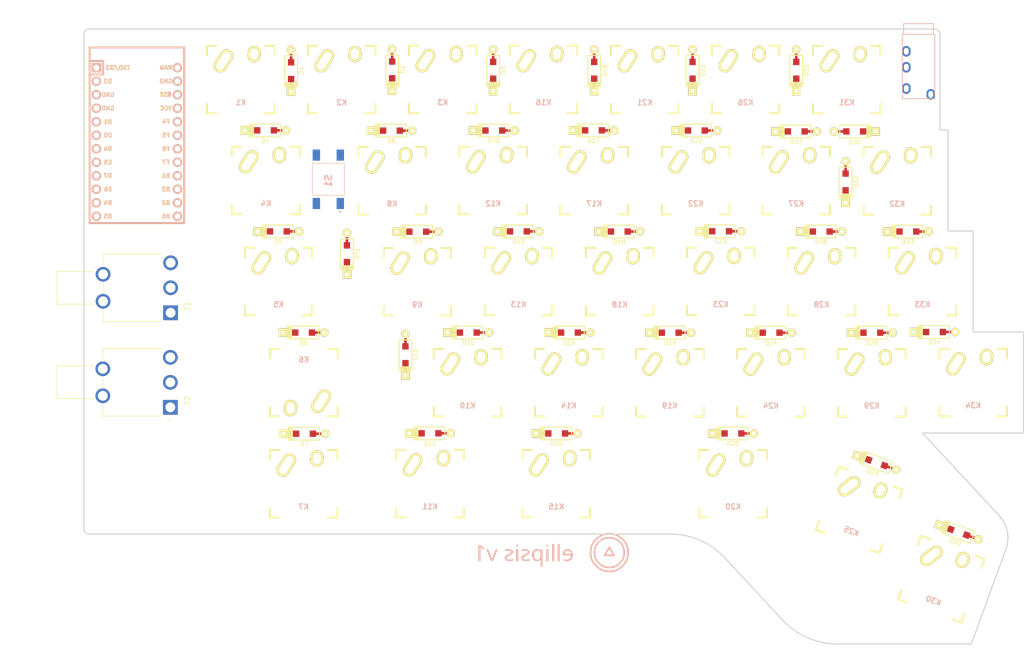
<source format=kicad_pcb>
(kicad_pcb (version 20211014) (generator pcbnew)
  (layers (0 "F.Cu" signal) (31 "B.Cu" signal) (34 "B.Paste" user) (35 "F.Paste" user) (36 "B.SilkS" user "B.Silkscreen") (37 "F.SilkS" user "F.Silkscreen") (38 "B.Mask" user) (39 "F.Mask" user) (44 "Edge.Cuts" user))
  (net 0 "")
  (net 1 "/row0")
  (net 2 "Net-(D1-Pad1)")
  (net 3 "Net-(D2-Pad1)")
  (net 4 "Net-(D3-Pad1)")
  (net 5 "/row1")
  (net 6 "Net-(D4-Pad1)")
  (net 7 "/row2")
  (net 8 "Net-(D5-Pad1)")
  (net 9 "/row3")
  (net 10 "Net-(D6-Pad1)")
  (net 11 "/row4")
  (net 12 "Net-(D7-Pad1)")
  (net 13 "Net-(D8-Pad1)")
  (net 14 "Net-(D9-Pad1)")
  (net 15 "Net-(D10-Pad1)")
  (net 16 "Net-(D11-Pad1)")
  (net 17 "Net-(D12-Pad1)")
  (net 18 "Net-(D13-Pad1)")
  (net 19 "Net-(D14-Pad1)")
  (net 20 "Net-(D15-Pad1)")
  (net 21 "Net-(D16-Pad1)")
  (net 22 "Net-(D17-Pad1)")
  (net 23 "Net-(D18-Pad1)")
  (net 24 "Net-(D19-Pad1)")
  (net 25 "Net-(D20-Pad1)")
  (net 26 "Net-(D21-Pad1)")
  (net 27 "Net-(D22-Pad1)")
  (net 28 "Net-(D23-Pad1)")
  (net 29 "Net-(D24-Pad1)")
  (net 30 "Net-(D25-Pad1)")
  (net 31 "Net-(D26-Pad1)")
  (net 32 "Net-(D27-Pad1)")
  (net 33 "Net-(D28-Pad1)")
  (net 34 "Net-(D29-Pad1)")
  (net 35 "Net-(D30-Pad1)")
  (net 36 "Net-(D31-Pad1)")
  (net 37 "Net-(D32-Pad1)")
  (net 38 "Net-(D33-Pad1)")
  (net 39 "Net-(D34-Pad1)")
  (net 40 "/col0")
  (net 41 "/col1")
  (net 42 "/col2")
  (net 43 "/col3")
  (net 44 "/col4")
  (net 45 "/col5")
  (net 46 "/col6")
  (net 47 "/serial")
  (net 52 "GND")
  (net 53 "/RST")
  (net 54 "/col7")
  (net 55 "VCC")
  (net 62 "Net-(DT1-Pad1)")
  (net 63 "Net-(DT2-Pad1)")
  (footprint "keyboard_parts:D_SOD123_axial" (layer "F.Cu") (at 76 37.575 90)
    (fp_text reference "D1" (at 0 1.925 90) (layer "F.SilkS") (effects (font (size 0.8 0.8))))
    (fp_text value "D_ESC" hide)
    (pad "1" thru_hole rect locked (at -3.9 0 90) (size 1.6 1.6) (drill 0.7) (layers *.Cu *.Mask "F.SilkS") (net 2 "Net-(D1-Pad1)"))
    (pad "1" smd rect locked (at -2.7 0 90) (size 2.5 0.5) (layers "F.Cu") (net 2 "Net-(D1-Pad1)"))
    (pad "1" smd rect locked (at -1.575 0 90) (size 1.2 1.2) (layers "F.Cu" "F.Paste" "F.Mask") (net 2 "Net-(D1-Pad1)"))
    (pad "2" smd rect locked (at 2.7 0 90) (size 2.5 0.5) (layers "F.Cu") (net 1 "/row0"))
    (pad "2" thru_hole circle locked (at 3.9 0 90) (size 1.6 1.6) (drill 0.7) (layers *.Cu *.Mask "F.SilkS") (net 1 "/row0"))
    (pad "2" smd rect locked (at 1.575 0 90) (size 1.2 1.2) (layers "F.Cu" "F.Paste" "F.Mask") (net 1 "/row0"))
  )
  (footprint "keyboard_parts:D_SOD123_axial" (layer "F.Cu") (at 95 37.425 90)
    (fp_text reference "D2" (at 0 1.925 90) (layer "F.SilkS") (effects (font (size 0.8 0.8))))
    (fp_text value "D_1" hide)
    (pad "1" smd rect locked (at -1.575 0 90) (size 1.2 1.2) (layers "F.Cu" "F.Paste" "F.Mask") (net 3 "Net-(D2-Pad1)"))
    (pad "1" smd rect locked (at -2.7 0 90) (size 2.5 0.5) (layers "F.Cu") (net 3 "Net-(D2-Pad1)"))
    (pad "1" thru_hole rect locked (at -3.9 0 90) (size 1.6 1.6) (drill 0.7) (layers *.Cu *.Mask "F.SilkS") (net 3 "Net-(D2-Pad1)"))
    (pad "2" thru_hole circle locked (at 3.9 0 90) (size 1.6 1.6) (drill 0.7) (layers *.Cu *.Mask "F.SilkS") (net 1 "/row0"))
    (pad "2" smd rect locked (at 2.7 0 90) (size 2.5 0.5) (layers "F.Cu") (net 1 "/row0"))
    (pad "2" smd rect locked (at 1.575 0 90) (size 1.2 1.2) (layers "F.Cu" "F.Paste" "F.Mask") (net 1 "/row0"))
  )
  (footprint "keyboard_parts:D_SOD123_axial" (layer "F.Cu") (at 114 37.5 90)
    (fp_text reference "D3" (at 0 1.925 90) (layer "F.SilkS") (effects (font (size 0.8 0.8))))
    (fp_text value "D_2" hide)
    (pad "1" smd rect locked (at -2.7 0 90) (size 2.5 0.5) (layers "F.Cu") (net 4 "Net-(D3-Pad1)"))
    (pad "1" smd rect locked (at -1.575 0 90) (size 1.2 1.2) (layers "F.Cu" "F.Paste" "F.Mask") (net 4 "Net-(D3-Pad1)"))
    (pad "1" thru_hole rect locked (at -3.9 0 90) (size 1.6 1.6) (drill 0.7) (layers *.Cu *.Mask "F.SilkS") (net 4 "Net-(D3-Pad1)"))
    (pad "2" thru_hole circle locked (at 3.9 0 90) (size 1.6 1.6) (drill 0.7) (layers *.Cu *.Mask "F.SilkS") (net 1 "/row0"))
    (pad "2" smd rect locked (at 1.575 0 90) (size 1.2 1.2) (layers "F.Cu" "F.Paste" "F.Mask") (net 1 "/row0"))
    (pad "2" smd rect locked (at 2.7 0 90) (size 2.5 0.5) (layers "F.Cu") (net 1 "/row0"))
  )
  (footprint "keyboard_parts:D_SOD123_axial" (layer "F.Cu") (at 71.2 48.8)
    (fp_text reference "D4" (at 0 1.925) (layer "F.SilkS") (effects (font (size 0.8 0.8))))
    (fp_text value "D_TAB" hide)
    (pad "1" smd rect locked (at -1.575 0) (size 1.2 1.2) (layers "F.Cu" "F.Paste" "F.Mask") (net 6 "Net-(D4-Pad1)"))
    (pad "1" smd rect locked (at -2.7 0) (size 2.5 0.5) (layers "F.Cu") (net 6 "Net-(D4-Pad1)"))
    (pad "1" thru_hole rect locked (at -3.9 0) (size 1.6 1.6) (drill 0.7) (layers *.Cu *.Mask "F.SilkS") (net 6 "Net-(D4-Pad1)"))
    (pad "2" smd rect locked (at 1.575 0) (size 1.2 1.2) (layers "F.Cu" "F.Paste" "F.Mask") (net 5 "/row1"))
    (pad "2" thru_hole circle locked (at 3.9 0) (size 1.6 1.6) (drill 0.7) (layers *.Cu *.Mask "F.SilkS") (net 5 "/row1"))
    (pad "2" smd rect locked (at 2.7 0) (size 2.5 0.5) (layers "F.Cu") (net 5 "/row1"))
  )
  (footprint "keyboard_parts:D_SOD123_axial" (layer "F.Cu") (at 73.6 67.8)
    (fp_text reference "D5" (at 0 1.925) (layer "F.SilkS") (effects (font (size 0.8 0.8))))
    (fp_text value "D_CAPS" hide)
    (pad "1" smd rect locked (at -1.575 0) (size 1.2 1.2) (layers "F.Cu" "F.Paste" "F.Mask") (net 8 "Net-(D5-Pad1)"))
    (pad "1" thru_hole rect locked (at -3.9 0) (size 1.6 1.6) (drill 0.7) (layers *.Cu *.Mask "F.SilkS") (net 8 "Net-(D5-Pad1)"))
    (pad "1" smd rect locked (at -2.7 0) (size 2.5 0.5) (layers "F.Cu") (net 8 "Net-(D5-Pad1)"))
    (pad "2" smd rect locked (at 2.7 0) (size 2.5 0.5) (layers "F.Cu") (net 7 "/row2"))
    (pad "2" thru_hole circle locked (at 3.9 0) (size 1.6 1.6) (drill 0.7) (layers *.Cu *.Mask "F.SilkS") (net 7 "/row2"))
    (pad "2" smd rect locked (at 1.575 0) (size 1.2 1.2) (layers "F.Cu" "F.Paste" "F.Mask") (net 7 "/row2"))
  )
  (footprint "keyboard_parts:D_SOD123_axial" (layer "F.Cu") (at 78.35 86.825)
    (fp_text reference "D6" (at 0 1.925) (layer "F.SilkS") (effects (font (size 0.8 0.8))))
    (fp_text value "D_LSFT" hide)
    (pad "1" thru_hole rect locked (at -3.9 0) (size 1.6 1.6) (drill 0.7) (layers *.Cu *.Mask "F.SilkS") (net 10 "Net-(D6-Pad1)"))
    (pad "1" smd rect locked (at -2.7 0) (size 2.5 0.5) (layers "F.Cu") (net 10 "Net-(D6-Pad1)"))
    (pad "1" smd rect locked (at -1.575 0) (size 1.2 1.2) (layers "F.Cu" "F.Paste" "F.Mask") (net 10 "Net-(D6-Pad1)"))
    (pad "2" thru_hole circle locked (at 3.9 0) (size 1.6 1.6) (drill 0.7) (layers *.Cu *.Mask "F.SilkS") (net 9 "/row3"))
    (pad "2" smd rect locked (at 1.575 0) (size 1.2 1.2) (layers "F.Cu" "F.Paste" "F.Mask") (net 9 "/row3"))
    (pad "2" smd rect locked (at 2.7 0) (size 2.5 0.5) (layers "F.Cu") (net 9 "/row3"))
  )
  (footprint "keyboard_parts:D_SOD123_axial" (layer "F.Cu") (at 78.525 105.85)
    (fp_text reference "D7" (at 0 1.925) (layer "F.SilkS") (effects (font (size 0.8 0.8))))
    (fp_text value "D_LCTL" hide)
    (pad "1" thru_hole rect locked (at -3.9 0) (size 1.6 1.6) (drill 0.7) (layers *.Cu *.Mask "F.SilkS") (net 12 "Net-(D7-Pad1)"))
    (pad "1" smd rect locked (at -2.7 0) (size 2.5 0.5) (layers "F.Cu") (net 12 "Net-(D7-Pad1)"))
    (pad "1" smd rect locked (at -1.575 0) (size 1.2 1.2) (layers "F.Cu" "F.Paste" "F.Mask") (net 12 "Net-(D7-Pad1)"))
    (pad "2" smd rect locked (at 1.575 0) (size 1.2 1.2) (layers "F.Cu" "F.Paste" "F.Mask") (net 11 "/row4"))
    (pad "2" thru_hole circle locked (at 3.9 0) (size 1.6 1.6) (drill 0.7) (layers *.Cu *.Mask "F.SilkS") (net 11 "/row4"))
    (pad "2" smd rect locked (at 2.7 0) (size 2.5 0.5) (layers "F.Cu") (net 11 "/row4"))
  )
  (footprint "keyboard_parts:D_SOD123_axial" (layer "F.Cu") (at 99.825 67.85)
    (fp_text reference "D9" (at 0 1.925) (layer "F.SilkS") (effects (font (size 0.8 0.8))))
    (fp_text value "D_A" hide)
    (pad "1" thru_hole rect locked (at -3.9 0) (size 1.6 1.6) (drill 0.7) (layers *.Cu *.Mask "F.SilkS") (net 14 "Net-(D9-Pad1)"))
    (pad "1" smd rect locked (at -1.575 0) (size 1.2 1.2) (layers "F.Cu" "F.Paste" "F.Mask") (net 14 "Net-(D9-Pad1)"))
    (pad "1" smd rect locked (at -2.7 0) (size 2.5 0.5) (layers "F.Cu") (net 14 "Net-(D9-Pad1)"))
    (pad "2" smd rect locked (at 2.7 0) (size 2.5 0.5) (layers "F.Cu") (net 7 "/row2"))
    (pad "2" smd rect locked (at 1.575 0) (size 1.2 1.2) (layers "F.Cu" "F.Paste" "F.Mask") (net 7 "/row2"))
    (pad "2" thru_hole circle locked (at 3.9 0) (size 1.6 1.6) (drill 0.7) (layers *.Cu *.Mask "F.SilkS") (net 7 "/row2"))
  )
  (footprint "keyboard_parts:D_SOD123_axial" (layer "F.Cu") (at 102.125 105.775)
    (fp_text reference "D11" (at 0 1.925) (layer "F.SilkS") (effects (font (size 0.8 0.8))))
    (fp_text value "D_LSUP" hide)
    (pad "1" smd rect locked (at -2.7 0) (size 2.5 0.5) (layers "F.Cu") (net 16 "Net-(D11-Pad1)"))
    (pad "1" thru_hole rect locked (at -3.9 0) (size 1.6 1.6) (drill 0.7) (layers *.Cu *.Mask "F.SilkS") (net 16 "Net-(D11-Pad1)"))
    (pad "1" smd rect locked (at -1.575 0) (size 1.2 1.2) (layers "F.Cu" "F.Paste" "F.Mask") (net 16 "Net-(D11-Pad1)"))
    (pad "2" smd rect locked (at 1.575 0) (size 1.2 1.2) (layers "F.Cu" "F.Paste" "F.Mask") (net 11 "/row4"))
    (pad "2" thru_hole circle locked (at 3.9 0) (size 1.6 1.6) (drill 0.7) (layers *.Cu *.Mask "F.SilkS") (net 11 "/row4"))
    (pad "2" smd rect locked (at 2.7 0) (size 2.5 0.5) (layers "F.Cu") (net 11 "/row4"))
  )
  (footprint "keyboard_parts:D_SOD123_axial" (layer "F.Cu") (at 114.125 48.825)
    (fp_text reference "D12" (at 0 1.925) (layer "F.SilkS") (effects (font (size 0.8 0.8))))
    (fp_text value "D_W" hide)
    (pad "1" smd rect locked (at -1.575 0) (size 1.2 1.2) (layers "F.Cu" "F.Paste" "F.Mask") (net 17 "Net-(D12-Pad1)"))
    (pad "1" smd rect locked (at -2.7 0) (size 2.5 0.5) (layers "F.Cu") (net 17 "Net-(D12-Pad1)"))
    (pad "1" thru_hole rect locked (at -3.9 0) (size 1.6 1.6) (drill 0.7) (layers *.Cu *.Mask "F.SilkS") (net 17 "Net-(D12-Pad1)"))
    (pad "2" smd rect locked (at 1.575 0) (size 1.2 1.2) (layers "F.Cu" "F.Paste" "F.Mask") (net 5 "/row1"))
    (pad "2" thru_hole circle locked (at 3.9 0) (size 1.6 1.6) (drill 0.7) (layers *.Cu *.Mask "F.SilkS") (net 5 "/row1"))
    (pad "2" smd rect locked (at 2.7 0) (size 2.5 0.5) (layers "F.Cu") (net 5 "/row1"))
  )
  (footprint "keyboard_parts:D_SOD123_axial" (layer "F.Cu") (at 118.75 67.8)
    (fp_text reference "D13" (at 0 1.925) (layer "F.SilkS") (effects (font (size 0.8 0.8))))
    (fp_text value "D_S" hide)
    (pad "1" smd rect locked (at -1.575 0) (size 1.2 1.2) (layers "F.Cu" "F.Paste" "F.Mask") (net 18 "Net-(D13-Pad1)"))
    (pad "1" thru_hole rect locked (at -3.9 0) (size 1.6 1.6) (drill 0.7) (layers *.Cu *.Mask "F.SilkS") (net 18 "Net-(D13-Pad1)"))
    (pad "1" smd rect locked (at -2.7 0) (size 2.5 0.5) (layers "F.Cu") (net 18 "Net-(D13-Pad1)"))
    (pad "2" smd rect locked (at 1.575 0) (size 1.2 1.2) (layers "F.Cu" "F.Paste" "F.Mask") (net 7 "/row2"))
    (pad "2" thru_hole circle locked (at 3.9 0) (size 1.6 1.6) (drill 0.7) (layers *.Cu *.Mask "F.SilkS") (net 7 "/row2"))
    (pad "2" smd rect locked (at 2.7 0) (size 2.5 0.5) (layers "F.Cu") (net 7 "/row2"))
  )
  (footprint "keyboard_parts:D_SOD123_axial" (layer "F.Cu") (at 128.35 86.825)
    (fp_text reference "D14" (at 0 1.925) (layer "F.SilkS") (effects (font (size 0.8 0.8))))
    (fp_text value "D_X" hide)
    (pad "1" smd rect locked (at -2.7 0) (size 2.5 0.5) (layers "F.Cu") (net 19 "Net-(D14-Pad1)"))
    (pad "1" thru_hole rect locked (at -3.9 0) (size 1.6 1.6) (drill 0.7) (layers *.Cu *.Mask "F.SilkS") (net 19 "Net-(D14-Pad1)"))
    (pad "1" smd rect locked (at -1.575 0) (size 1.2 1.2) (layers "F.Cu" "F.Paste" "F.Mask") (net 19 "Net-(D14-Pad1)"))
    (pad "2" smd rect locked (at 2.7 0) (size 2.5 0.5) (layers "F.Cu") (net 9 "/row3"))
    (pad "2" thru_hole circle locked (at 3.9 0) (size 1.6 1.6) (drill 0.7) (layers *.Cu *.Mask "F.SilkS") (net 9 "/row3"))
    (pad "2" smd rect locked (at 1.575 0) (size 1.2 1.2) (layers "F.Cu" "F.Paste" "F.Mask") (net 9 "/row3"))
  )
  (footprint "keyboard_parts:D_SOD123_axial" (layer "F.Cu") (at 125.95 105.8)
    (fp_text reference "D15" (at 0 1.925) (layer "F.SilkS") (effects (font (size 0.8 0.8))))
    (fp_text value "D_LALT" hide)
    (pad "1" smd rect locked (at -1.575 0) (size 1.2 1.2) (layers "F.Cu" "F.Paste" "F.Mask") (net 20 "Net-(D15-Pad1)"))
    (pad "1" thru_hole rect locked (at -3.9 0) (size 1.6 1.6) (drill 0.7) (layers *.Cu *.Mask "F.SilkS") (net 20 "Net-(D15-Pad1)"))
    (pad "1" smd rect locked (at -2.7 0) (size 2.5 0.5) (layers "F.Cu") (net 20 "Net-(D15-Pad1)"))
    (pad "2" thru_hole circle locked (at 3.9 0) (size 1.6 1.6) (drill 0.7) (layers *.Cu *.Mask "F.SilkS") (net 11 "/row4"))
    (pad "2" smd rect locked (at 1.575 0) (size 1.2 1.2) (layers "F.Cu" "F.Paste" "F.Mask") (net 11 "/row4"))
    (pad "2" smd rect locked (at 2.7 0) (size 2.5 0.5) (layers "F.Cu") (net 11 "/row4"))
  )
  (footprint "keyboard_parts:D_SOD123_axial" (layer "F.Cu") (at 133 37.5 90)
    (fp_text reference "D16" (at 0 1.925 90) (layer "F.SilkS") (effects (font (size 0.8 0.8))))
    (fp_text value "D_3" hide)
    (pad "1" smd rect locked (at -2.7 0 90) (size 2.5 0.5) (layers "F.Cu") (net 21 "Net-(D16-Pad1)"))
    (pad "1" thru_hole rect locked (at -3.9 0 90) (size 1.6 1.6) (drill 0.7) (layers *.Cu *.Mask "F.SilkS") (net 21 "Net-(D16-Pad1)"))
    (pad "1" smd rect locked (at -1.575 0 90) (size 1.2 1.2) (layers "F.Cu" "F.Paste" "F.Mask") (net 21 "Net-(D16-Pad1)"))
    (pad "2" thru_hole circle locked (at 3.9 0 90) (size 1.6 1.6) (drill 0.7) (layers *.Cu *.Mask "F.SilkS") (net 1 "/row0"))
    (pad "2" smd rect locked (at 1.575 0 90) (size 1.2 1.2) (layers "F.Cu" "F.Paste" "F.Mask") (net 1 "/row0"))
    (pad "2" smd rect locked (at 2.7 0 90) (size 2.5 0.5) (layers "F.Cu") (net 1 "/row0"))
  )
  (footprint "keyboard_parts:D_SOD123_axial" (layer "F.Cu") (at 132.875 48.8)
    (fp_text reference "D17" (at 0 1.925) (layer "F.SilkS") (effects (font (size 0.8 0.8))))
    (fp_text value "D_E" hide)
    (pad "1" smd rect locked (at -1.575 0) (size 1.2 1.2) (layers "F.Cu" "F.Paste" "F.Mask") (net 22 "Net-(D17-Pad1)"))
    (pad "1" smd rect locked (at -2.7 0) (size 2.5 0.5) (layers "F.Cu") (net 22 "Net-(D17-Pad1)"))
    (pad "1" thru_hole rect locked (at -3.9 0) (size 1.6 1.6) (drill 0.7) (layers *.Cu *.Mask "F.SilkS") (net 22 "Net-(D17-Pad1)"))
    (pad "2" smd rect locked (at 2.7 0) (size 2.5 0.5) (layers "F.Cu") (net 5 "/row1"))
    (pad "2" thru_hole circle locked (at 3.9 0) (size 1.6 1.6) (drill 0.7) (layers *.Cu *.Mask "F.SilkS") (net 5 "/row1"))
    (pad "2" smd rect locked (at 1.575 0) (size 1.2 1.2) (layers "F.Cu" "F.Paste" "F.Mask") (net 5 "/row1"))
  )
  (footprint "keyboard_parts:D_SOD123_axial" (layer "F.Cu") (at 137.725 67.825)
    (fp_text reference "D18" (at 0 1.925) (layer "F.SilkS") (effects (font (size 0.8 0.8))))
    (fp_text value "D_D" hide)
    (pad "1" smd rect locked (at -1.575 0) (size 1.2 1.2) (layers "F.Cu" "F.Paste" "F.Mask") (net 23 "Net-(D18-Pad1)"))
    (pad "1" smd rect locked (at -2.7 0) (size 2.5 0.5) (layers "F.Cu") (net 23 "Net-(D18-Pad1)"))
    (pad "1" thru_hole rect locked (at -3.9 0) (size 1.6 1.6) (drill 0.7) (layers *.Cu *.Mask "F.SilkS") (net 23 "Net-(D18-Pad1)"))
    (pad "2" smd rect locked (at 2.7 0) (size 2.5 0.5) (layers "F.Cu") (net 7 "/row2"))
    (pad "2" smd rect locked (at 1.575 0) (size 1.2 1.2) (layers "F.Cu" "F.Paste" "F.Mask") (net 7 "/row2"))
    (pad "2" thru_hole circle locked (at 3.9 0) (size 1.6 1.6) (drill 0.7) (layers *.Cu *.Mask "F.SilkS") (net 7 "/row2"))
  )
  (footprint "keyboard_parts:D_SOD123_axial" (layer "F.Cu") (at 147.3 86.85)
    (fp_text reference "D19" (at 0 1.925) (layer "F.SilkS") (effects (font (size 0.8 0.8))))
    (fp_text value "D_C" hide)
    (pad "1" smd rect locked (at -1.575 0) (size 1.2 1.2) (layers "F.Cu" "F.Paste" "F.Mask") (net 24 "Net-(D19-Pad1)"))
    (pad "1" thru_hole rect locked (at -3.9 0) (size 1.6 1.6) (drill 0.7) (layers *.Cu *.Mask "F.SilkS") (net 24 "Net-(D19-Pad1)"))
    (pad "1" smd rect locked (at -2.7 0) (size 2.5 0.5) (layers "F.Cu") (net 24 "Net-(D19-Pad1)"))
    (pad "2" smd rect locked (at 2.7 0) (size 2.5 0.5) (layers "F.Cu") (net 9 "/row3"))
    (pad "2" thru_hole circle locked (at 3.9 0) (size 1.6 1.6) (drill 0.7) (layers *.Cu *.Mask "F.SilkS") (net 9 "/row3"))
    (pad "2" smd rect locked (at 1.575 0) (size 1.2 1.2) (layers "F.Cu" "F.Paste" "F.Mask") (net 9 "/row3"))
  )
  (footprint "keyboard_parts:D_SOD123_axial" (layer "F.Cu") (at 159.1 105.8)
    (fp_text reference "D20" (at 0 1.925) (layer "F.SilkS") (effects (font (size 0.8 0.8))))
    (fp_text value "D_TL1" hide)
    (pad "1" thru_hole rect locked (at -3.9 0) (size 1.6 1.6) (drill 0.7) (layers *.Cu *.Mask "F.SilkS") (net 25 "Net-(D20-Pad1)"))
    (pad "1" smd rect locked (at -2.7 0) (size 2.5 0.5) (layers "F.Cu") (net 25 "Net-(D20-Pad1)"))
    (pad "1" smd rect locked (at -1.575 0) (size 1.2 1.2) (layers "F.Cu" "F.Paste" "F.Mask") (net 25 "Net-(D20-Pad1)"))
    (pad "2" smd rect locked (at 1.575 0) (size 1.2 1.2) (layers "F.Cu" "F.Paste" "F.Mask") (net 11 "/row4"))
    (pad "2" thru_hole circle locked (at 3.9 0) (size 1.6 1.6) (drill 0.7) (layers *.Cu *.Mask "F.SilkS") (net 11 "/row4"))
    (pad "2" smd rect locked (at 2.7 0) (size 2.5 0.5) (layers "F.Cu") (net 11 "/row4"))
  )
  (footprint "keyboard_parts:D_SOD123_axial" (layer "F.Cu") (at 151.5 37.5 90)
    (fp_text reference "D21" (at 0 1.925 90) (layer "F.SilkS") (effects (font (size 0.8 0.8))))
    (fp_text value "D_4" hide)
    (pad "1" thru_hole rect locked (at -3.9 0 90) (size 1.6 1.6) (drill 0.7) (layers *.Cu *.Mask "F.SilkS") (net 26 "Net-(D21-Pad1)"))
    (pad "1" smd rect locked (at -2.7 0 90) (size 2.5 0.5) (layers "F.Cu") (net 26 "Net-(D21-Pad1)"))
    (pad "1" smd rect locked (at -1.575 0 90) (size 1.2 1.2) (layers "F.Cu" "F.Paste" "F.Mask") (net 26 "Net-(D21-Pad1)"))
    (pad "2" smd rect locked (at 2.7 0 90) (size 2.5 0.5) (layers "F.Cu") (net 1 "/row0"))
    (pad "2" smd rect locked (at 1.575 0 90) (size 1.2 1.2) (layers "F.Cu" "F.Paste" "F.Mask") (net 1 "/row0"))
    (pad "2" thru_hole circle locked (at 3.9 0 90) (size 1.6 1.6) (drill 0.7) (layers *.Cu *.Mask "F.SilkS") (net 1 "/row0"))
  )
  (footprint "keyboard_parts:D_SOD123_axial" (layer "F.Cu") (at 152.225 48.825)
    (fp_text reference "D22" (at 0 1.925) (layer "F.SilkS") (effects (font (size 0.8 0.8))))
    (fp_text value "D_R" hide)
    (pad "1" thru_hole rect locked (at -3.9 0) (size 1.6 1.6) (drill 0.7) (layers *.Cu *.Mask "F.SilkS") (net 27 "Net-(D22-Pad1)"))
    (pad "1" smd rect locked (at -2.7 0) (size 2.5 0.5) (layers "F.Cu") (net 27 "Net-(D22-Pad1)"))
    (pad "1" smd rect locked (at -1.575 0) (size 1.2 1.2) (layers "F.Cu" "F.Paste" "F.Mask") (net 27 "Net-(D22-Pad1)"))
    (pad "2" smd rect locked (at 2.7 0) (size 2.5 0.5) (layers "F.Cu") (net 5 "/row1"))
    (pad "2" smd rect locked (at 1.575 0) (size 1.2 1.2) (layers "F.Cu" "F.Paste" "F.Mask") (net 5 "/row1"))
    (pad "2" thru_hole circle locked (at 3.9 0) (size 1.6 1.6) (drill 0.7) (layers *.Cu *.Mask "F.SilkS") (net 5 "/row1"))
  )
  (footprint "keyboard_parts:D_SOD123_axial" (layer "F.Cu") (at 156.775 67.775)
    (fp_text reference "D23" (at 0 1.925) (layer "F.SilkS") (effects (font (size 0.8 0.8))))
    (fp_text value "D_F" hide)
    (pad "1" thru_hole rect locked (at -3.9 0) (size 1.6 1.6) (drill 0.7) (layers *.Cu *.Mask "F.SilkS") (net 28 "Net-(D23-Pad1)"))
    (pad "1" smd rect locked (at -2.7 0) (size 2.5 0.5) (layers "F.Cu") (net 28 "Net-(D23-Pad1)"))
    (pad "1" smd rect locked (at -1.575 0) (size 1.2 1.2) (layers "F.Cu" "F.Paste" "F.Mask") (net 28 "Net-(D23-Pad1)"))
    (pad "2" thru_hole circle locked (at 3.9 0) (size 1.6 1.6) (drill 0.7) (layers *.Cu *.Mask "F.SilkS") (net 7 "/row2"))
    (pad "2" smd rect locked (at 1.575 0) (size 1.2 1.2) (layers "F.Cu" "F.Paste" "F.Mask") (net 7 "/row2"))
    (pad "2" smd rect locked (at 2.7 0) (size 2.5 0.5) (layers "F.Cu") (net 7 "/row2"))
  )
  (footprint "keyboard_parts:D_SOD123_axial" (layer "F.Cu") (at 166.275 86.85)
    (fp_text reference "D24" (at 0 1.925) (layer "F.SilkS") (effects (font (size 0.8 0.8))))
    (fp_text value "D_V" hide)
    (pad "1" smd rect locked (at -1.575 0) (size 1.2 1.2) (layers "F.Cu" "F.Paste" "F.Mask") (net 29 "Net-(D24-Pad1)"))
    (pad "1" smd rect locked (at -2.7 0) (size 2.5 0.5) (layers "F.Cu") (net 29 "Net-(D24-Pad1)"))
    (pad "1" thru_hole rect locked (at -3.9 0) (size 1.6 1.6) (drill 0.7) (layers *.Cu *.Mask "F.SilkS") (net 29 "Net-(D24-Pad1)"))
    (pad "2" thru_hole circle locked (at 3.9 0) (size 1.6 1.6) (drill 0.7) (layers *.Cu *.Mask "F.SilkS") (net 9 "/row3"))
    (pad "2" smd rect locked (at 1.575 0) (size 1.2 1.2) (layers "F.Cu" "F.Paste" "F.Mask") (net 9 "/row3"))
    (pad "2" smd rect locked (at 2.7 0) (size 2.5 0.5) (layers "F.Cu") (net 9 "/row3"))
  )
  (footprint "keyboard_parts:D_SOD123_axial" (layer "F.Cu") (at 171 37.5 90)
    (fp_text reference "D26" (at 0 1.925 90) (layer "F.SilkS") (effects (font (size 0.8 0.8))))
    (fp_text value "D_5" hide)
    (pad "1" smd rect locked (at -1.575 0 90) (size 1.2 1.2) (layers "F.Cu" "F.Paste" "F.Mask") (net 31 "Net-(D26-Pad1)"))
    (pad "1" smd rect locked (at -2.7 0 90) (size 2.5 0.5) (layers "F.Cu") (net 31 "Net-(D26-Pad1)"))
    (pad "1" thru_hole rect locked (at -3.9 0 90) (size 1.6 1.6) (drill 0.7) (layers *.Cu *.Mask "F.SilkS") (net 31 "Net-(D26-Pad1)"))
    (pad "2" thru_hole circle locked (at 3.9 0 90) (size 1.6 1.6) (drill 0.7) (layers *.Cu *.Mask "F.SilkS") (net 1 "/row0"))
    (pad "2" smd rect locked (at 1.575 0 90) (size 1.2 1.2) (layers "F.Cu" "F.Paste" "F.Mask") (net 1 "/row0"))
    (pad "2" smd rect locked (at 2.7 0 90) (size 2.5 0.5) (layers "F.Cu") (net 1 "/row0"))
  )
  (footprint "keyboard_parts:D_SOD123_axial" (layer "F.Cu") (at 171 49)
    (fp_text reference "D27" (at 0 1.925) (layer "F.SilkS") (effects (font (size 0.8 0.8))))
    (fp_text value "D_T" hide)
    (pad "1" smd rect locked (at -1.575 0) (size 1.2 1.2) (layers "F.Cu" "F.Paste" "F.Mask") (net 32 "Net-(D27-Pad1)"))
    (pad "1" thru_hole rect locked (at -3.9 0) (size 1.6 1.6) (drill 0.7) (layers *.Cu *.Mask "F.SilkS") (net 32 "Net-(D27-Pad1)"))
    (pad "1" smd rect locked (at -2.7 0) (size 2.5 0.5) (layers "F.Cu") (net 32 "Net-(D27-Pad1)"))
    (pad "2" smd rect locked (at 2.7 0) (size 2.5 0.5) (layers "F.Cu") (net 5 "/row1"))
    (pad "2" thru_hole circle locked (at 3.9 0) (size 1.6 1.6) (drill 0.7) (layers *.Cu *.Mask "F.SilkS") (net 5 "/row1"))
    (pad "2" smd rect locked (at 1.575 0) (size 1.2 1.2) (layers "F.Cu" "F.Paste" "F.Mask") (net 5 "/row1"))
  )
  (footprint "keyboard_parts:D_SOD123_axial" (layer "F.Cu") (at 175.7 67.825)
    (fp_text reference "D28" (at 0 1.925) (layer "F.SilkS") (effects (font (size 0.8 0.8))))
    (fp_text value "D_G" hide)
    (pad "1" smd rect locked (at -2.7 0) (size 2.5 0.5) (layers "F.Cu") (net 33 "Net-(D28-Pad1)"))
    (pad "1" smd rect locked (at -1.575 0) (size 1.2 1.2) (layers "F.Cu" "F.Paste" "F.Mask") (net 33 "Net-(D28-Pad1)"))
    (pad "1" thru_hole rect locked (at -3.9 0) (size 1.6 1.6) (drill 0.7) (layers *.Cu *.Mask "F.SilkS") (net 33 "Net-(D28-Pad1)"))
    (pad "2" smd rect locked (at 2.7 0) (size 2.5 0.5) (layers "F.Cu") (net 7 "/row2"))
    (pad "2" thru_hole circle locked (at 3.9 0) (size 1.6 1.6) (drill 0.7) (layers *.Cu *.Mask "F.SilkS") (net 7 "/row2"))
    (pad "2" smd rect locked (at 1.575 0) (size 1.2 1.2) (layers "F.Cu" "F.Paste" "F.Mask") (net 7 "/row2"))
  )
  (footprint "keyboard_parts:D_SOD123_axial" (layer "F.Cu") (at 185.225 86.85)
    (fp_text reference "D29" (at 0 1.925) (layer "F.SilkS") (effects (font (size 0.8 0.8))))
    (fp_text value "D_B" hide)
    (pad "1" smd rect locked (at -2.7 0) (size 2.5 0.5) (layers "F.Cu") (net 34 "Net-(D29-Pad1)"))
    (pad "1" smd rect locked (at -1.575 0) (size 1.2 1.2) (layers "F.Cu" "F.Paste" "F.Mask") (net 34 "Net-(D29-Pad1)"))
    (pad "1" thru_hole rect locked (at -3.9 0) (size 1.6 1.6) (drill 0.7) (layers *.Cu *.Mask "F.SilkS") (net 34 "Net-(D29-Pad1)"))
    (pad "2" smd rect locked (at 1.575 0) (size 1.2 1.2) (layers "F.Cu" "F.Paste" "F.Mask") (net 9 "/row3"))
    (pad "2" thru_hole circle locked (at 3.9 0) (size 1.6 1.6) (drill 0.7) (layers *.Cu *.Mask "F.SilkS") (net 9 "/row3"))
    (pad "2" smd rect locked (at 2.7 0) (size 2.5 0.5) (layers "F.Cu") (net 9 "/row3"))
  )
  (footprint "keyboard_parts:D_SOD123_axial" (layer "F.Cu") (at 201.55 124.375 -20)
    (fp_text reference "D30" (at 0 1.925 160) (layer "F.SilkS") (effects (font (size 0.8 0.8))))
    (fp_text value "D_TL3" hide)
    (pad "1" smd rect locked (at -2.7 0 340) (size 2.5 0.5) (layers "F.Cu") (net 35 "Net-(D30-Pad1)"))
    (pad "1" smd rect locked (at -1.575 0 340) (size 1.2 1.2) (layers "F.Cu" "F.Paste" "F.Mask") (net 35 "Net-(D30-Pad1)"))
    (pad "1" thru_hole rect locked (at -3.9 0 340) (size 1.6 1.6) (drill 0.7) (layers *.Cu *.Mask "F.SilkS") (net 35 "Net-(D30-Pad1)"))
    (pad "2" smd rect locked (at 1.575 0 340) (size 1.2 1.2) (layers "F.Cu" "F.Paste" "F.Mask") (net 11 "/row4"))
    (pad "2" thru_hole circle locked (at 3.9 0 340) (size 1.6 1.6) (drill 0.7) (layers *.Cu *.Mask "F.SilkS") (net 11 "/row4"))
    (pad "2" smd rect locked (at 2.7 0 340) (size 2.5 0.5) (layers "F.Cu") (net 11 "/row4"))
  )
  (footprint "keyboard_parts:D_SOD123_axial" (layer "F.Cu") (at 182 49 180)
    (fp_text reference "D31" (at -0.075 -2) (layer "F.SilkS") (effects (font (size 0.8 0.8))))
    (fp_text value "D_6" hide)
    (pad "1" smd rect locked (at -2.7 0 180) (size 2.5 0.5) (layers "F.Cu") (net 36 "Net-(D31-Pad1)"))
    (pad "1" thru_hole rect locked (at -3.9 0 180) (size 1.6 1.6) (drill 0.7) (layers *.Cu *.Mask "F.SilkS") (net 36 "Net-(D31-Pad1)"))
    (pad "1" smd rect locked (at -1.575 0 180) (size 1.2 1.2) (layers "F.Cu" "F.Paste" "F.Mask") (net 36 "Net-(D31-Pad1)"))
    (pad "2" thru_hole circle locked (at 3.9 0 180) (size 1.6 1.6) (drill 0.7) (layers *.Cu *.Mask "F.SilkS") (net 1 "/row0"))
    (pad "2" smd rect locked (at 1.575 0 180) (size 1.2 1.2) (layers "F.Cu" "F.Paste" "F.Mask") (net 1 "/row0"))
    (pad "2" smd rect locked (at 2.7 0 180) (size 2.5 0.5) (layers "F.Cu") (net 1 "/row0"))
  )
  (footprint "keyboard_parts:D_SOD123_axial" (layer "F.Cu") (at 180.28 58.5 90)
    (fp_text reference "D32" (at 0 1.925 90) (layer "F.SilkS") (effects (font (size 0.8 0.8))))
    (fp_text value "D_CL1" hide)
    (pad "1" smd rect locked (at -1.575 0 90) (size 1.2 1.2) (layers "F.Cu" "F.Paste" "F.Mask") (net 37 "Net-(D32-Pad1)"))
    (pad "1" smd rect locked (at -2.7 0 90) (size 2.5 0.5) (layers "F.Cu") (net 37 "Net-(D32-Pad1)"))
    (pad "1" thru_hole rect locked (at -3.9 0 90) (size 1.6 1.6) (drill 0.7) (layers *.Cu *.Mask "F.SilkS") (net 37 "Net-(D32-Pad1)"))
    (pad "2" smd rect locked (at 1.575 0 90) (size 1.2 1.2) (layers "F.Cu" "F.Paste" "F.Mask") (net 5 "/row1"))
    (pad "2" smd rect locked (at 2.7 0 90) (size 2.5 0.5) (layers "F.Cu") (net 5 "/row1"))
    (pad "2" thru_hole circle locked (at 3.9 0 90) (size 1.6 1.6) (drill 0.7) (layers *.Cu *.Mask "F.SilkS") (net 5 "/row1"))
  )
  (footprint "keyboard_parts:D_SOD123_axial" (layer "F.Cu") (at 192 67.825)
    (fp_text reference "D33" (at 0 1.925) (layer "F.SilkS") (effects (font (size 0.8 0.8))))
    (fp_text value "D_CL2" hide)
    (pad "1" smd rect locked (at -1.575 0) (size 1.2 1.2) (layers "F.Cu" "F.Paste" "F.Mask") (net 38 "Net-(D33-Pad1)"))
    (pad "1" thru_hole rect locked (at -3.9 0) (size 1.6 1.6) (drill 0.7) (layers *.Cu *.Mask "F.SilkS") (net 38 "Net-(D33-Pad1)"))
    (pad "1" smd rect locked (at -2.7 0) (size 2.5 0.5) (layers "F.Cu") (net 38 "Net-(D33-Pad1)"))
    (pad "2" smd rect locked (at 2.7 0) (size 2.5 0.5) (layers "F.Cu") (net 7 "/row2"))
    (pad "2" thru_hole circle locked (at 3.9 0) (size 1.6 1.6) (drill 0.7) (layers *.Cu *.Mask "F.SilkS") (net 7 "/row2"))
    (pad "2" smd rect locked (at 1.575 0) (size 1.2 1.2) (layers "F.Cu" "F.Paste" "F.Mask") (net 7 "/row2"))
  )
  (footprint "keebs:Mx_Alps_100" (layer "F.Cu") (at 66.525 39.25)
    (fp_text reference "K1" (at 0 4.318) (layer "B.SilkS") (effects (font (thickness 0.2)) (justify mirror)))
    (fp_text value "KEY_ESC" hide)
    (pad "" np_thru_hole circle locked (at -5.08 0) (size 1.7018 1.7018) (drill 1.7018) (layers *.Cu))
    (pad "" np_thru_hole circle locked (at 0 0) (size 3.9878 3.9878) (drill 3.9878) (layers *.Cu))
    (pad "" np_thru_hole circle locked (at 5.08 0) (size 1.7018 1.7018) (drill 1.7018) (layers *.Cu))
    (pad "1" thru_hole oval locked (at -3.255 -3.52 327.5) (size 2.5 4.75) (drill oval 1.5 3.75) (layers *.Cu *.Mask "F.SilkS") (net 2 "Net-(D1-Pad1)"))
    (pad "2" thru_hole oval locked (at 2.52 -4.79 356.1) (size 2.5 3.08) (drill oval 1.5 2.08) (layers *.Cu *.Mask "F.SilkS") (net 41 "/col1"))
  )
  (footprint "keebs:Mx_Alps_100" (layer "F.Cu") (at 85.5 39.25)
    (fp_text reference "K2" (at 0 4.318) (layer "B.SilkS") (effects (font (thickness 0.2)) (justify mirror)))
    (fp_text value "KEY_1" hide)
    (pad "" np_thru_hole circle locked (at 5.08 0) (size 1.7018 1.7018) (drill 1.7018) (layers *.Cu))
    (pad "" np_thru_hole circle locked (at 0 0) (size 3.9878 3.9878) (drill 3.9878) (layers *.Cu))
    (pad "" np_thru_hole circle locked (at -5.08 0) (size 1.7018 1.7018) (drill 1.7018) (layers *.Cu))
    (pad "1" thru_hole oval locked (at -3.255 -3.52 327.5) (size 2.5 4.75) (drill oval 1.5 3.75) (layers *.Cu *.Mask "F.SilkS") (net 3 "Net-(D2-Pad1)"))
    (pad "2" thru_hole oval locked (at 2.52 -4.79 356.1) (size 2.5 3.08) (drill oval 1.5 2.08) (layers *.Cu *.Mask "F.SilkS") (net 42 "/col2"))
  )
  (footprint "keebs:Mx_Alps_100" (layer "F.Cu") (at 104.525 39.225)
    (fp_text reference "K3" (at 0 4.318) (layer "B.SilkS") (effects (font (thickness 0.2)) (justify mirror)))
    (fp_text value "KEY_2" hide)
    (pad "" np_thru_hole circle locked (at -5.08 0) (size 1.7018 1.7018) (drill 1.7018) (layers *.Cu))
    (pad "" np_thru_hole circle locked (at 5.08 0) (size 1.7018 1.7018) (drill 1.7018) (layers *.Cu))
    (pad "" np_thru_hole circle locked (at 0 0) (size 3.9878 3.9878) (drill 3.9878) (layers *.Cu))
    (pad "1" thru_hole oval locked (at -3.255 -3.52 327.5) (size 2.5 4.75) (drill oval 1.5 3.75) (layers *.Cu *.Mask "F.SilkS") (net 4 "Net-(D3-Pad1)"))
    (pad "2" thru_hole oval locked (at 2.52 -4.79 356.1) (size 2.5 3.08) (drill oval 1.5 2.08) (layers *.Cu *.Mask "F.SilkS") (net 43 "/col3"))
  )
  (footprint "keebs:Mx_Alps_150" (layer "F.Cu") (at 71.275 58.225)
    (fp_text reference "K4" (at 0 4.318) (layer "B.SilkS") (effects (font (thickness 0.2)) (justify mirror)))
    (fp_text value "KEY_TAB" hide)
    (pad "" np_thru_hole circle locked (at -5.08 0) (size 1.7018 1.7018) (drill 1.7018) (layers *.Cu))
    (pad "" np_thru_hole circle locked (at 5.08 0) (size 1.7018 1.7018) (drill 1.7018) (layers *.Cu))
    (pad "" np_thru_hole circle locked (at 0 0) (size 3.9878 3.9878) (drill 3.9878) (layers *.Cu))
    (pad "1" thru_hole oval locked (at -3.255 -3.52 327.5) (size 2.5 4.75) (drill oval 1.5 3.75) (layers *.Cu *.Mask "F.SilkS") (net 6 "Net-(D4-Pad1)"))
    (pad "2" thru_hole oval locked (at 2.52 -4.79 356.1) (size 2.5 3.08) (drill oval 1.5 2.08) (layers *.Cu *.Mask "F.SilkS") (net 41 "/col1"))
  )
  (footprint "keebs:Mx_Alps_175" (layer "F.Cu") (at 73.65 77.225)
    (fp_text reference "K5" (at 0 4.318) (layer "B.SilkS") (effects (font (thickness 0.2)) (justify mirror)))
    (fp_text value "KEY_CAPS" hide)
    (pad "" np_thru_hole circle locked (at 0 0) (size 3.9878 3.9878) (drill 3.9878) (layers *.Cu))
    (pad "" np_thru_hole circle locked (at -5.08 0) (size 1.7018 1.7018) (drill 1.7018) (layers *.Cu))
    (pad "" np_thru_hole circle locked (at 5.08 0) (size 1.7018 1.7018) (drill 1.7018) (layers *.Cu))
    (pad "1" thru_hole oval locked (at -3.255 -3.52 327.5) (size 2.5 4.75) (drill oval 1.5 3.75) (layers *.Cu *.Mask "F.SilkS") (net 8 "Net-(D5-Pad1)"))
    (pad "2" thru_hole oval locked (at 2.52 -4.79 356.1) (size 2.5 3.08) (drill oval 1.5 2.08) (layers *.Cu *.Mask "F.SilkS") (net 41 "/col1"))
  )
  (footprint "keebs:Mx_Alps_225" (layer "F.Cu") (at 78.4 96.225 180)
    (fp_text reference "K6" (at 0 4.318) (layer "B.SilkS") (effects (font (thickness 0.2)) (justify mirror)))
    (fp_text value "KEY_LSFT" hide)
    (pad "" np_thru_hole circle locked (at 0 0 180) (size 3.9878 3.9878) (drill 3.9878) (layers *.Cu))
    (pad "" np_thru_hole circle locked (at -11.938 8.255 180) (size 3.9878 3.9878) (drill 3.9878) (layers *.Cu))
    (pad "" np_thru_hole circle locked (at 11.938 8.255 180) (size 3.9878 3.9878) (drill 3.9878) (layers *.Cu))
    (pad "" np_thru_hole circle locked (at -11.938 -6.985 180) (size 3.048 3.048) (drill 3.048) (layers *.Cu))
    (pad "" np_thru_hole circle locked (at 11.938 -6.985 180) (size 3.048 3.048) (drill 3.048) (layers *.Cu))
    (pad "" np_thru_hole circle locked (at 5.08 0 180) (size 1.7018 1.7018) (drill 1.7018) (layers *.Cu))
    (pad "" np_thru_hole circle locked (at -5.08 0 180) (size 1.7018 1.7018) (drill 1.7018) (layers *.Cu))
    (pad "1" thru_hole oval locked (at -3.255 -3.52 147.5) (size 2.5 4.75) (drill oval 1.5 3.75) (layers *.Cu *.Mask "F.SilkS") (net 10 "Net-(D6-Pad1)"))
    (pad "2" thru_hole oval locked (at 2.52 -4.79 176.1) (size 2.5 3.08) (drill oval 1.5 2.08) (layers *.Cu *.Mask "F.SilkS") (net 41 "/col1"))
  )
  (footprint "keebs:Mx_Alps_125" (layer "F.Cu") (at 78.35 115.275)
    (fp_text reference "K7" (at 0 4.318) (layer "B.SilkS") (effects (font (thickness 0.2)) (justify mirror)))
    (fp_text value "KEY_LCTL" hide)
    (pad "" np_thru_hole circle locked (at -5.08 0) (size 1.7018 1.7018) (drill 1.7018) (layers *.Cu))
    (pad "" np_thru_hole circle locked (at 0 0) (size 3.9878 3.9878) (drill 3.9878) (layers *.Cu))
    (pad "" np_thru_hole circle locked (at 5.08 0) (size 1.7018 1.7018) (drill 1.7018) (layers *.Cu))
    (pad "1" thru_hole oval locked (at -3.255 -3.52 327.5) (size 2.5 4.75) (drill oval 1.5 3.75) (layers *.Cu *.Mask "F.SilkS") (net 12 "Net-(D7-Pad1)"))
    (pad "2" thru_hole oval locked (at 2.52 -4.79 356.1) (size 2.5 3.08) (drill oval 1.5 2.08) (layers *.Cu *.Mask "F.SilkS") (net 41 "/col1"))
  )
  (footprint "keebs:Mx_Alps_100" (layer "F.Cu") (at 95 58.275)
    (fp_text reference "K8" (at 0 4.318) (layer "B.SilkS") (effects (font (thickness 0.2)) (justify mirror)))
    (fp_text value "KEY_Q" hide)
    (pad "" np_thru_hole circle locked (at 5.08 0) (size 1.7018 1.7018) (drill 1.7018) (layers *.Cu))
    (pad "" np_thru_hole circle locked (at -5.08 0) (size 1.7018 1.7018) (drill 1.7018) (layers *.Cu))
    (pad "" np_thru_hole circle locked (at 0 0) (size 3.9878 3.9878) (drill 3.9878) (layers *.Cu))
    (pad "1" thru_hole oval locked (at -3.255 -3.52 327.5) (size 2.5 4.75) (drill oval 1.5 3.75) (layers *.Cu *.Mask "F.SilkS") (net 13 "Net-(D8-Pad1)"))
    (pad "2" thru_hole oval locked (at 2.52 -4.79 356.1) (size 2.5 3.08) (drill oval 1.5 2.08) (layers *.Cu *.Mask "F.SilkS") (net 42 "/col2"))
  )
  (footprint "keebs:Mx_Alps_100" (layer "F.Cu") (at 99.75 77.275)
    (fp_text reference "K9" (at 0 4.318) (layer "B.SilkS") (effects (font (thickness 0.2)) (justify mirror)))
    (fp_text value "KEY_A" hide)
    (pad "" np_thru_hole circle locked (at 0 0) (size 3.9878 3.9878) (drill 3.9878) (layers *.Cu))
    (pad "" np_thru_hole circle locked (at -5.08 0) (size 1.7018 1.7018) (drill 1.7018) (layers *.Cu))
    (pad "" np_thru_hole circle locked (at 5.08 0) (size 1.7018 1.7018) (drill 1.7018) (layers *.Cu))
    (pad "1" thru_hole oval locked (at -3.255 -3.52 327.5) (size 2.5 4.75) (drill oval 1.5 3.75) (layers *.Cu *.Mask "F.SilkS") (net 14 "Net-(D9-Pad1)"))
    (pad "2" thru_hole oval locked (at 2.52 -4.79 356.1) (size 2.5 3.08) (drill oval 1.5 2.08) (layers *.Cu *.Mask "F.SilkS") (net 42 "/col2"))
  )
  (footprint "keebs:Mx_Alps_100" (layer "F.Cu") (at 109.2 96.25)
    (fp_text reference "K10" (at 0 4.318) (layer "B.SilkS") (effects (font (thickness 0.2)) (justify mirror)))
    (fp_text value "KEY_Z" hide)
    (pad "" np_thru_hole circle locked (at 5.08 0) (size 1.7018 1.7018) (drill 1.7018) (layers *.Cu))
    (pad "" np_thru_hole circle locked (at 0 0) (size 3.9878 3.9878) (drill 3.9878) (layers *.Cu))
    (pad "" np_thru_hole circle locked (at -5.08 0) (size 1.7018 1.7018) (drill 1.7018) (layers *.Cu))
    (pad "1" thru_hole oval locked (at -3.255 -3.52 327.5) (size 2.5 4.75) (drill oval 1.5 3.75) (layers *.Cu *.Mask "F.SilkS") (net 15 "Net-(D10-Pad1)"))
    (pad "2" thru_hole oval locked (at 2.52 -4.79 356.1) (size 2.5 3.08) (drill oval 1.5 2.08) (layers *.Cu *.Mask "F.SilkS") (net 42 "/col2"))
  )
  (footprint "keebs:Mx_Alps_125" (layer "F.Cu") (at 102.125 115.225)
    (fp_text reference "K11" (at 0 4.318) (layer "B.SilkS") (effects (font (thickness 0.2)) (justify mirror)))
    (fp_text value "KEY_LSUP" hide)
    (pad "" np_thru_hole circle locked (at -5.08 0) (size 1.7018 1.7018) (drill 1.7018) (layers *.Cu))
    (pad "" np_thru_hole circle locked (at 0 0) (size 3.9878 3.9878) (drill 3.9878) (layers *.Cu))
    (pad "" np_thru_hole circle locked (at 5.08 0) (size 1.7018 1.7018) (drill 1.7018) (layers *.Cu))
    (pad "1" thru_hole oval locked (at -3.255 -3.52 327.5) (size 2.5 4.75) (drill oval 1.5 3.75) (layers *.Cu *.Mask "F.SilkS") (net 16 "Net-(D11-Pad1)"))
    (pad "2" thru_hole oval locked (at 2.52 -4.79 356.1) (size 2.5 3.08) (drill oval 1.5 2.08) (layers *.Cu *.Mask "F.SilkS") (net 42 "/col2"))
  )
  (footprint "keebs:Mx_Alps_100" (layer "F.Cu") (at 114 58.225)
    (fp_text reference "K12" (at 0 4.318) (layer "B.SilkS") (effects (font (thickness 0.2)) (justify mirror)))
    (fp_text value "KEY_W" hide)
    (pad "" np_thru_hole circle locked (at -5.08 0) (size 1.7018 1.7018) (drill 1.7018) (layers *.Cu))
    (pad "" np_thru_hole circle locked (at 5.08 0) (size 1.7018 1.7018) (drill 1.7018) (layers *.Cu))
    (pad "" np_thru_hole circle locked (at 0 0) (size 3.9878 3.9878) (drill 3.9878) (layers *.Cu))
    (pad "1" thru_hole oval locked (at -3.255 -3.52 327.5) (size 2.5 4.75) (drill oval 1.5 3.75) (layers *.Cu *.Mask "F.SilkS") (net 17 "Net-(D12-Pad1)"))
    (pad "2" thru_hole oval locked (at 2.52 -4.79 356.1) (size 2.5 3.08) (drill oval 1.5 2.08) (layers *.Cu *.Mask "F.SilkS") (net 43 "/col3"))
  )
  (footprint "keebs:Mx_Alps_100" (layer "F.Cu") (at 118.775 77.225)
    (fp_text reference "K13" (at 0 4.318) (layer "B.SilkS") (effects (font (thickness 0.2)) (justify mirror)))
    (fp_text value "KEY_S" hide)
    (pad "" np_thru_hole circle locked (at 0 0) (size 3.9878 3.9878) (drill 3.9878) (layers *.Cu))
    (pad "" np_thru_hole circle locked (at 5.08 0) (size 1.7018 1.7018) (drill 1.7018) (layers *.Cu))
    (pad "" np_thru_hole circle locked (at -5.08 0) (size 1.7018 1.7018) (drill 1.7018) (layers *.Cu))
    (pad "1" thru_hole oval locked (at -3.255 -3.52 327.5) (size 2.5 4.75) (drill oval 1.5 3.75) (layers *.Cu *.Mask "F.SilkS") (net 18 "Net-(D13-Pad1)"))
    (pad "2" thru_hole oval locked (at 2.52 -4.79 356.1) (size 2.5 3.08) (drill oval 1.5 2.08) (layers *.Cu *.Mask "F.SilkS") (net 43 "/col3"))
  )
  (footprint "keebs:Mx_Alps_100" (layer "F.Cu") (at 128.225 96.25)
    (fp_text reference "K14" (at 0 4.318) (layer "B.SilkS") (effects (font (thickness 0.2)) (justify mirror)))
    (fp_text value "KEY_X" hide)
    (pad "" np_thru_hole circle locked (at 5.08 0) (size 1.7018 1.7018) (drill 1.7018) (layers *.Cu))
    (pad "" np_thru_hole circle locked (at 0 0) (size 3.9878 3.9878) (drill 3.9878) (layers *.Cu))
    (pad "" np_thru_hole circle locked (at -5.08 0) (size 1.7018 1.7018) (drill 1.7018) (layers *.Cu))
    (pad "1" thru_hole oval locked (at -3.255 -3.52 327.5) (size 2.5 4.75) (drill oval 1.5 3.75) (layers *.Cu *.Mask "F.SilkS") (net 19 "Net-(D14-Pad1)"))
    (pad "2" thru_hole oval locked (at 2.52 -4.79 356.1) (size 2.5 3.08) (drill oval 1.5 2.08) (layers *.Cu *.Mask "F.SilkS") (net 43 "/col3"))
  )
  (footprint "keebs:Mx_Alps_125" (layer "F.Cu") (at 125.875 115.25)
    (fp_text reference "K15" (at 0 4.318) (layer "B.SilkS") (effects (font (thickness 0.2)) (justify mirror)))
    (fp_text value "KEY_LALT" hide)
    (pad "" np_thru_hole circle locked (at 5.08 0) (size 1.7018 1.7018) (drill 1.7018) (layers *.Cu))
    (pad "" np_thru_hole circle locked (at 0 0) (size 3.9878 3.9878) (drill 3.9878) (layers *.Cu))
    (pad "" np_thru_hole circle locked (at -5.08 0) (size 1.7018 1.7018) (drill 1.7018) (layers *.Cu))
    (pad "1" thru_hole oval locked (at -3.255 -3.52 327.5) (size 2.5 4.75) (drill oval 1.5 3.75) (layers *.Cu *.Mask "F.SilkS") (net 20 "Net-(D15-Pad1)"))
    (pad "2" thru_hole oval locked (at 2.52 -4.79 356.1) (size 2.5 3.08) (drill oval 1.5 2.08) (layers *.Cu *.Mask "F.SilkS") (net 43 "/col3"))
  )
  (footprint "keebs:Mx_Alps_100" (layer "F.Cu") (at 123.475 39.225)
    (fp_text reference "K16" (at 0 4.318) (layer "B.SilkS") (effects (font (thickness 0.2)) (justify mirror)))
    (fp_text value "KEY_3" hide)
    (pad "" np_thru_hole circle locked (at 5.08 0) (size 1.7018 1.7018) (drill 1.7018) (layers *.Cu))
    (pad "" np_thru_hole circle locked (at 0 0) (size 3.9878 3.9878) (drill 3.9878) (layers *.Cu))
    (pad "" np_thru_hole circle locked (at -5.08 0) (size 1.7018 1.7018) (drill 1.7018) (layers *.Cu))
    (pad "1" thru_hole oval locked (at -3.255 -3.52 327.5) (size 2.5 4.75) (drill oval 1.5 3.75) (layers *.Cu *.Mask "F.SilkS") (net 21 "Net-(D16-Pad1)"))
    (pad "2" thru_hole oval locked (at 2.52 -4.79 356.1) (size 2.5 3.08) (drill oval 1.5 2.08) (layers *.Cu *.Mask "F.SilkS") (net 44 "/col4"))
  )
  (footprint "keebs:Mx_Alps_100" (layer "F.Cu") (at 133 58.25)
    (fp_text reference "K17" (at 0 4.318) (layer "B.SilkS") (effects (font (thickness 0.2)) (justify mirror)))
    (fp_text value "KEY_E" hide)
    (pad "" np_thru_hole circle locked (at -5.08 0) (size 1.7018 1.7018) (drill 1.7018) (layers *.Cu))
    (pad "" np_thru_hole circle locked (at 0 0) (size 3.9878 3.9878) (drill 3.9878) (layers *.Cu))
    (pad "" np_thru_hole circle locked (at 5.08 0) (size 1.7018 1.7018) (drill 1.7018) (layers *.Cu))
    (pad "1" thru_hole oval locked (at -3.255 -3.52 327.5) (size 2.5 4.75) (drill oval 1.5 3.75) (layers *.Cu *.Mask "F.SilkS") (net 22 "Net-(D17-Pad1)"))
    (pad "2" thru_hole oval locked (at 2.52 -4.79 356.1) (size 2.5 3.08) (drill oval 1.5 2.08) (layers *.Cu *.Mask "F.SilkS") (net 44 "/col4"))
  )
  (footprint "keebs:Mx_Alps_100" (layer "F.Cu") (at 137.8 77.25)
    (fp_text reference "K18" (at 0 4.318) (layer "B.SilkS") (effects (font (thickness 0.2)) (justify mirror)))
    (fp_text value "KEY_D" hide)
    (pad "" np_thru_hole circle locked (at 0 0) (size 3.9878 3.9878) (drill 3.9878) (layers *.Cu))
    (pad "" np_thru_hole circle locked (at -5.08 0) (size 1.7018 1.7018) (drill 1.7018) (layers *.Cu))
    (pad "" np_thru_hole circle locked (at 5.08 0) (size 1.7018 1.7018) (drill 1.7018) (layers *.Cu))
    (pad "1" thru_hole oval locked (at -3.255 -3.52 327.5) (size 2.5 4.75) (drill oval 1.5 3.75) (layers *.Cu *.Mask "F.SilkS") (net 23 "Net-(D18-Pad1)"))
    (pad "2" thru_hole oval locked (at 2.52 -4.79 356.1) (size 2.5 3.08) (drill oval 1.5 2.08) (layers *.Cu *.Mask "F.SilkS") (net 44 "/col4"))
  )
  (footprint "keebs:Mx_Alps_100" (layer "F.Cu") (at 147.225 96.275)
    (fp_text reference "K19" (at 0 4.318) (layer "B.SilkS") (effects (font (thickness 0.2)) (justify mirror)))
    (fp_text value "KEY_C" hide)
    (pad "" np_thru_hole circle locked (at -5.08 0) (size 1.7018 1.7018) (drill 1.7018) (layers *.Cu))
    (pad "" np_thru_hole circle locked (at 5.08 0) (size 1.7018 1.7018) (drill 1.7018) (layers *.Cu))
    (pad "" np_thru_hole circle locked (at 0 0) (size 3.9878 3.9878) (drill 3.9878) (layers *.Cu))
    (pad "1" thru_hole oval locked (at -3.255 -3.52 327.5) (size 2.5 4.75) (drill oval 1.5 3.75) (layers *.Cu *.Mask "F.SilkS") (net 24 "Net-(D19-Pad1)"))
    (pad "2" thru_hole oval locked (at 2.52 -4.79 356.1) (size 2.5 3.08) (drill oval 1.5 2.08) (layers *.Cu *.Mask "F.SilkS") (net 44 "/col4"))
  )
  (footprint "keebs:Mx_Alps_125" (layer "F.Cu") (at 159.125 115.25)
    (fp_text reference "K20" (at 0 4.318) (layer "B.SilkS") (effects (font (thickness 0.2)) (justify mirror)))
    (fp_text value "KEY_TL1" hide)
    (pad "" np_thru_hole circle locked (at -5.08 0) (size 1.7018 1.7018) (drill 1.7018) (layers *.Cu))
    (pad "" np_thru_hole circle locked (at 0 0) (size 3.9878 3.9878) (drill 3.9878) (layers *.Cu))
    (pad "" np_thru_hole circle locked (at 5.08 0) (size 1.7018 1.7018) (drill 1.7018) (layers *.Cu))
    (pad "1" thru_hole oval locked (at -3.255 -3.52 327.5) (size 2.5 4.75) (drill oval 1.5 3.75) (layers *.Cu *.Mask "F.SilkS") (net 25 "Net-(D20-Pad1)"))
    (pad "2" thru_hole oval locked (at 2.52 -4.79 356.1) (size 2.5 3.08) (drill oval 1.5 2.08) (layers *.Cu *.Mask "F.SilkS") (net 44 "/col4"))
  )
  (footprint "keebs:Mx_Alps_100" (layer "F.Cu") (at 142.5 39.25)
    (fp_text reference "K21" (at 0 4.318) (layer "B.SilkS") (effects (font (thickness 0.2)) (justify mirror)))
    (fp_text value "KEY_4" hide)
    (pad "" np_thru_hole circle locked (at 5.08 0) (size 1.7018 1.7018) (drill 1.7018) (layers *.Cu))
    (pad "" np_thru_hole circle locked (at 0 0) (size 3.9878 3.9878) (drill 3.9878) (layers *.Cu))
    (pad "" np_thru_hole circle locked (at -5.08 0) (size 1.7018 1.7018) (drill 1.7018) (layers *.Cu))
    (pad "1" thru_hole oval locked (at -3.255 -3.52 327.5) (size 2.5 4.75) (drill oval 1.5 3.75) (layers *.Cu *.Mask "F.SilkS") (net 26 "Net-(D21-Pad1)"))
    (pad "2" thru_hole oval locked (at 2.52 -4.79 356.1) (size 2.5 3.08) (drill oval 1.5 2.08) (layers *.Cu *.Mask "F.SilkS") (net 45 "/col5"))
  )
  (footprint "keebs:Mx_Alps_100" (layer "F.Cu") (at 152.1 58.25)
    (fp_text reference "K22" (at 0 4.318) (layer "B.SilkS") (effects (font (thickness 0.2)) (justify mirror)))
    (fp_text value "KEY_R" hide)
    (pad "" np_thru_hole circle locked (at 5.08 0) (size 1.7018 1.7018) (drill 1.7018) (layers *.Cu))
    (pad "" np_thru_hole circle locked (at 0 0) (size 3.9878 3.9878) (drill 3.9878) (layers *.Cu))
    (pad "" np_thru_hole circle locked (at -5.08 0) (size 1.7018 1.7018) (drill 1.7018) (layers *.Cu))
    (pad "1" thru_hole oval locked (at -3.255 -3.52 327.5) (size 2.5 4.75) (drill oval 1.5 3.75) (layers *.Cu *.Mask "F.SilkS") (net 27 "Net-(D22-Pad1)"))
    (pad "2" thru_hole oval locked (at 2.52 -4.79 356.1) (size 2.5 3.08) (drill oval 1.5 2.08) (layers *.Cu *.Mask "F.SilkS") (net 45 "/col5"))
  )
  (footprint "keebs:Mx_Alps_100" (layer "F.Cu") (at 156.8 77.2)
    (fp_text reference "K23" (at 0 4.318) (layer "B.SilkS") (effects (font (thickness 0.2)) (justify mirror)))
    (fp_text value "KEY_F" hide)
    (pad "" np_thru_hole circle locked (at 5.08 0) (size 1.7018 1.7018) (drill 1.7018) (layers *.Cu))
    (pad "" np_thru_hole circle locked (at -5.08 0) (size 1.7018 1.7018) (drill 1.7018) (layers *.Cu))
    (pad "" np_thru_hole circle locked (at 0 0) (size 3.9878 3.9878) (drill 3.9878) (layers *.Cu))
    (pad "1" thru_hole oval locked (at -3.255 -3.52 327.5) (size 2.5 4.75) (drill oval 1.5 3.75) (layers *.Cu *.Mask "F.SilkS") (net 28 "Net-(D23-Pad1)"))
    (pad "2" thru_hole oval locked (at 2.52 -4.79 356.1) (size 2.5 3.08) (drill oval 1.5 2.08) (layers *.Cu *.Mask "F.SilkS") (net 45 "/col5"))
  )
  (footprint "keebs:Mx_Alps_100" (layer "F.Cu") (at 166.225 96.275)
    (fp_text reference "K24" (at 0 4.318) (layer "B.SilkS") (effects (font (thickness 0.2)) (justify mirror)))
    (fp_text value "KEY_V" hide)
    (pad "" np_thru_hole circle locked (at -5.08 0) (size 1.7018 1.7018) (drill 1.7018) (layers *.Cu))
    (pad "" np_thru_hole circle locked (at 0 0) (size 3.9878 3.9878) (drill 3.9878) (layers *.Cu))
    (pad "" np_thru_hole circle locked (at 5.08 0) (size 1.7018 1.7018) (drill 1.7018) (layers *.Cu))
    (pad "1" thru_hole oval locked (at -3.255 -3.52 327.5) (size 2.5 4.75) (drill oval 1.5 3.75) (layers *.Cu *.Mask "F.SilkS") (net 29 "Net-(D24-Pad1)"))
    (pad "2" thru_hole oval locked (at 2.52 -4.79 356.1) (size 2.5 3.08) (drill oval 1.5 2.08) (layers *.Cu *.Mask "F.SilkS") (net 45 "/col5"))
  )
  (footprint "keebs:Mx_Alps_100" (layer "F.Cu") (at 161.475 39.225)
    (fp_text reference "K26" (at 0 4.318) (layer "B.SilkS") (effects (font (thickness 0.2)) (justify mirror)))
    (fp_text value "KEY_5" hide)
    (pad "" np_thru_hole circle locked (at 0 0) (size 3.9878 3.9878) (drill 3.9878) (layers *.Cu))
    (pad "" np_thru_hole circle locked (at -5.08 0) (size 1.7018 1.7018) (drill 1.7018) (layers *.Cu))
    (pad "" np_thru_hole circle locked (at 5.08 0) (size 1.7018 1.7018) (drill 1.7018) (layers *.Cu))
    (pad "1" thru_hole oval locked (at -3.255 -3.52 327.5) (size 2.5 4.75) (drill oval 1.5 3.75) (layers *.Cu *.Mask "F.SilkS") (net 31 "Net-(D26-Pad1)"))
    (pad "2" thru_hole oval locked (at 2.52 -4.79 356.1) (size 2.5 3.08) (drill oval 1.5 2.08) (layers *.Cu *.Mask "F.SilkS") (net 46 "/col6"))
  )
  (footprint "keebs:Mx_Alps_100" (layer "F.Cu") (at 171 58.25)
    (fp_text reference "K27" (at 0 4.318) (layer "B.SilkS") (effects (font (thickness 0.2)) (justify mirror)))
    (fp_text value "KEY_T" hide)
    (pad "" np_thru_hole circle locked (at 5.08 0) (size 1.7018 1.7018) (drill 1.7018) (layers *.Cu))
    (pad "" np_thru_hole circle locked (at -5.08 0) (size 1.7018 1.7018) (drill 1.7018) (layers *.Cu))
    (pad "" np_thru_hole circle locked (at 0 0) (size 3.9878 3.9878) (drill 3.9878) (layers *.Cu))
    (pad "1" thru_hole oval locked (at -3.255 -3.52 327.5) (size 2.5 4.75) (drill oval 1.5 3.75) (layers *.Cu *.Mask "F.SilkS") (net 32 "Net-(D27-Pad1)"))
    (pad "2" thru_hole oval locked (at 2.52 -4.79 356.1) (size 2.5 3.08) (drill oval 1.5 2.08) (layers *.Cu *.Mask "F.SilkS") (net 46 "/col6"))
  )
  (footprint "keebs:Mx_Alps_100" (layer "F.Cu") (at 175.75 77.25)
    (fp_text reference "K28" (at 0 4.318) (layer "B.SilkS") (effects (font (thickness 0.2)) (justify mirror)))
    (fp_text value "KEY_G" hide)
    (pad "" np_thru_hole circle locked (at 5.08 0) (size 1.7018 1.7018) (drill 1.7018) (layers *.Cu))
    (pad "" np_thru_hole circle locked (at -5.08 0) (size 1.7018 1.7018) (drill 1.7018) (layers *.Cu))
    (pad "" np_thru_hole circle locked (at 0 0) (size 3.9878 3.9878) (drill 3.9878) (layers *.Cu))
    (pad "1" thru_hole oval locked (at -3.255 -3.52 327.5) (size 2.5 4.75) (drill oval 1.5 3.75) (layers *.Cu *.Mask "F.SilkS") (net 33 "Net-(D28-Pad1)"))
    (pad "2" thru_hole oval locked (at 2.52 -4.79 356.1) (size 2.5 3.08) (drill oval 1.5 2.08) (layers *.Cu *.Mask "F.SilkS") (net 46 "/col6"))
  )
  (footprint "keebs:Mx_Alps_100" (layer "F.Cu") (at 185.225 96.275)
    (fp_text reference "K29" (at 0 4.318) (layer "B.SilkS") (effects (font (thickness 0.2)) (justify mirror)))
    (fp_text value "KEY_B" hide)
    (pad "" np_thru_hole circle locked (at 0 0) (size 3.9878 3.9878) (drill 3.9878) (layers *.Cu))
    (pad "" np_thru_hole circle locked (at -5.08 0) (size 1.7018 1.7018) (drill 1.7018) (layers *.Cu))
    (pad "" np_thru_hole circle locked (at 5.08 0) (size 1.7018 1.7018) (drill 1.7018) (layers *.Cu))
    (pad "1" thru_hole oval locked (at -3.255 -3.52 327.5) (size 2.5 4.75) (drill oval 1.5 3.75) (layers *.Cu *.Mask "F.SilkS") (net 34 "Net-(D29-Pad1)"))
    (pad "2" thru_hole oval locked (at 2.52 -4.79 356.1) (size 2.5 3.08) (drill oval 1.5 2.08) (layers *.Cu *.Mask "F.SilkS") (net 46 "/col6"))
  )
  (footprint "keebs:Mx_Alps_100" (layer "F.Cu") (at 180.5 39.25)
    (fp_text reference "K31" (at 0 4.318) (layer "B.SilkS") (effects (font (thickness 0.2)) (justify mirror)))
    (fp_text value "KEY_6" hide)
    (pad "" np_thru_hole circle locked (at -5.08 0) (size 1.7018 1.7018) (drill 1.7018) (layers *.Cu))
    (pad "" np_thru_hole circle locked (at 5.08 0) (size 1.7018 1.7018) (drill 1.7018) (layers *.Cu))
    (pad "" np_thru_hole circle locked (at 0 0) (size 3.9878 3.9878) (drill 3.9878) (layers *.Cu))
    (pad "1" thru_hole oval locked (at -3.255 -3.52 327.5) (size 2.5 4.75) (drill oval 1.5 3.75) (layers *.Cu *.Mask "F.SilkS") (net 36 "Net-(D31-Pad1)"))
    (pad "2" thru_hole oval locked (at 2.52 -4.79 356.1) (size 2.5 3.08) (drill oval 1.5 2.08) (layers *.Cu *.Mask "F.SilkS") (net 54 "/col7"))
  )
  (footprint "keebs:Mx_Alps_100" (layer "F.Cu") (at 190 58.3)
    (fp_text reference "K32" (at 0 4.318) (layer "B.SilkS") (effects (font (thickness 0.2)) (justify mirror)))
    (fp_text value "KEY_CL1" hide)
    (pad "" np_thru_hole circle locked (at -5.08 0) (size 1.7018 1.7018) (drill 1.7018) (layers *.Cu))
    (pad "" np_thru_hole circle locked (at 5.08 0) (size 1.7018 1.7018) (drill 1.7018) (layers *.Cu))
    (pad "" np_thru_hole circle locked (at 0 0) (size 3.9878 3.9878) (drill 3.9878) (layers *.Cu))
    (pad "1" thru_hole oval locked (at -3.255 -3.52 327.5) (size 2.5 4.75) (drill oval 1.5 3.75) (layers *.Cu *.Mask "F.SilkS") (net 37 "Net-(D32-Pad1)"))
    (pad "2" thru_hole oval locked (at 2.52 -4.79 356.1) (size 2.5 3.08) (drill oval 1.5 2.08) (layers *.Cu *.Mask "F.SilkS") (net 54 "/col7"))
  )
  (footprint "keebs:Mx_Alps_100" (layer "F.Cu") (at 194.75 77.225)
    (fp_text reference "K33" (at 0 4.318) (layer "B.SilkS") (effects (font (thickness 0.2)) (justify mirror)))
    (fp_text value "KEY_CL2" hide)
    (pad "" np_thru_hole circle locked (at -5.08 0) (size 1.7018 1.7018) (drill 1.7018) (layers *.Cu))
    (pad "" np_thru_hole circle locked (at 0 0) (size 3.9878 3.9878) (drill 3.9878) (layers *.Cu))
    (pad "" np_thru_hole circle locked (at 5.08 0) (size 1.7018 1.7018) (drill 1.7018) (layers *.Cu))
    (pad "1" thru_hole oval locked (at -3.255 -3.52 327.5) (size 2.5 4.75) (drill oval 1.5 3.75) (layers *.Cu *.Mask "F.SilkS") (net 38 "Net-(D33-Pad1)"))
    (pad "2" thru_hole oval locked (at 2.52 -4.79 356.1) (size 2.5 3.08) (drill oval 1.5 2.08) (layers *.Cu *.Mask "F.SilkS") (net 54 "/col7"))
  )
  (footprint "keebs:Mx_Alps_100" (layer "F.Cu") (at 204.275 96.225)
    (fp_text reference "K34" (at 0 4.318) (layer "B.SilkS") (effects (font (thickness 0.2)) (justify mirror)))
    (fp_text value "KEY_CL3" hide)
    (pad "" np_thru_hole circle locked (at 5.08 0) (size 1.7018 1.7018) (drill 1.7018) (layers *.Cu))
    (pad "" np_thru_hole circle locked (at -5.08 0) (size 1.7018 1.7018) (drill 1.7018) (layers *.Cu))
    (pad "" np_thru_hole circle locked (at 0 0) (size 3.9878 3.9878) (drill 3.9878) (layers *.Cu))
    (pad "1" thru_hole oval locked (at -3.255 -3.52 327.5) (size 2.5 4.75) (drill oval 1.5 3.75) (layers *.Cu *.Mask "F.SilkS") (net 39 "Net-(D34-Pad1)"))
    (pad "2" thru_hole oval locked (at 2.52 -4.79 356.1) (size 2.5 3.08) (drill oval 1.5 2.08) (layers *.Cu *.Mask "F.SilkS") (net 54 "/col7"))
  )
  (footprint "keebs:Mx_Alps_125" (layer "F.Cu") (at 182.825 120.15 -20)
    (fp_text reference "K25" (at 0 4.318 160) (layer "B.SilkS") (effects (font (thickness 0.2)) (justify mirror)))
    (fp_text value "KEY_TL2" hide)
    (pad "" np_thru_hole circle locked (at 0 0 340) (size 3.9878 3.9878) (drill 3.9878) (layers *.Cu))
    (pad "" np_thru_hole circle locked (at 5.08 0 340) (size 1.7018 1.7018) (drill 1.7018) (layers *.Cu))
    (pad "" np_thru_hole circle locked (at -5.08 0 340) (size 1.7018 1.7018) (drill 1.7018) (layers *.Cu))
    (pad "1" thru_hole oval locked (at -3.255 -3.52 307.5) (size 2.5 4.75) (drill oval 1.5 3.75) (layers *.Cu *.Mask "F.SilkS") (net 30 "Net-(D25-Pad1)"))
    (pad "2" thru_hole oval locked (at 2.52 -4.79 336.1) (size 2.5 3.08) (drill oval 1.5 2.08) (layers *.Cu *.Mask "F.SilkS") (net 45 "/col5"))
  )
  (footprint "keebs:Mx_Alps_125" (layer "F.Cu") (at 198.275 133.225 -20)
    (fp_text reference "K30" (at 0 4.318 160) (layer "B.SilkS") (effects (font (thickness 0.2)) (justify mirror)))
    (fp_text value "KEY_TL3" hide)
    (pad "" np_thru_hole circle locked (at 0 0 340) (size 3.9878 3.9878) (drill 3.9878) (layers *.Cu))
    (pad "" np_thru_hole circle locked (at 5.08 0 340) (size 1.7018 1.7018) (drill 1.7018) (layers *.Cu))
    (pad "" np_thru_hole circle locked (at -5.08 0 340) (size 1.7018 1.7018) (drill 1.7018) (layers *.Cu))
    (pad "1" thru_hole oval locked (at -3.255 -3.52 307.5) (size 2.5 4.75) (drill oval 1.5 3.75) (layers *.Cu *.Mask "F.SilkS") (net 35 "Net-(D30-Pad1)"))
    (pad "2" thru_hole oval locked (at 2.52 -4.79 336.1) (size 2.5 3.08) (drill oval 1.5 2.08) (layers *.Cu *.Mask "F.SilkS") (net 46 "/col6"))
  )
  (footprint "keyboard_parts:D_SOD123_axial" (layer "F.Cu") (at 109.325 86.825)
    (fp_text reference "D10" (at 0 1.925) (layer "F.SilkS") (effects (font (size 0.8 0.8))))
    (fp_text value "D_Z" hide)
    (pad "1" smd rect locked (at -1.575 0) (size 1.2 1.2) (layers "F.Cu" "F.Paste" "F.Mask") (net 15 "Net-(D10-Pad1)"))
    (pad "1" smd rect locked (at -2.7 0) (size 2.5 0.5) (layers "F.Cu") (net 15 "Net-(D10-Pad1)"))
    (pad "1" thru_hole rect locked (at -3.9 0) (size 1.6 1.6) (drill 0.7) (layers *.Cu *.Mask "F.SilkS") (net 15 "Net-(D10-Pad1)"))
    (pad "2" smd rect locked (at 1.575 0) (size 1.2 1.2) (layers "F.Cu" "F.Paste" "F.Mask") (net 9 "/row3"))
    (pad "2" smd rect locked (at 2.7 0) (size 2.5 0.5) (layers "F.Cu") (net 9 "/row3"))
    (pad "2" thru_hole circle locked (at 3.9 0) (size 1.6 1.6) (drill 0.7) (layers *.Cu *.Mask "F.SilkS") (net 9 "/row3"))
  )
  (footprint "keyboard_parts:D_SOD123_axial" (layer "F.Cu") (at 94.875 48.85)
    (fp_text reference "D8" (at 0 1.925) (layer "F.SilkS") (effects (font (size 0.8 0.8))))
    (fp_text value "D_Q" hide)
    (pad "1" smd rect locked (at -1.575 0) (size 1.2 1.2) (layers "F.Cu" "F.Paste" "F.Mask") (net 13 "Net-(D8-Pad1)"))
    (pad "1" thru_hole rect locked (at -3.9 0) (size 1.6 1.6) (drill 0.7) (layers *.Cu *.Mask "F.SilkS") (net 13 "Net-(D8-Pad1)"))
    (pad "1" smd rect locked (at -2.7 0) (size 2.5 0.5) (layers "F.Cu") (net 13 "Net-(D8-Pad1)"))
    (pad "2" smd rect locked (at 2.7 0) (size 2.5 0.5) (layers "F.Cu") (net 5 "/row1"))
    (pad "2" smd rect locked (at 1.575 0) (size 1.2 1.2) (layers "F.Cu" "F.Paste" "F.Mask") (net 5 "/row1"))
    (pad "2" thru_hole circle locked (at 3.9 0) (size 1.6 1.6) (drill 0.7) (layers *.Cu *.Mask "F.SilkS") (net 5 "/row1"))
  )
  (footprint "keyboard_parts:D_SOD123_axial" (layer "F.Cu") (at 197 86.725)
    (fp_text reference "D34" (at 0 1.925) (layer "F.SilkS") (effects (font (size 0.8 0.8))))
    (fp_text value "D_CL3" hide)
    (pad "1" smd rect locked (at -2.7 0) (size 2.5 0.5) (layers "F.Cu") (net 39 "Net-(D34-Pad1)"))
    (pad "1" thru_hole rect locked (at -3.9 0) (size 1.6 1.6) (drill 0.7) (layers *.Cu *.Mask "F.SilkS") (net 39 "Net-(D34-Pad1)"))
    (pad "1" smd rect locked (at -1.575 0) (size 1.2 1.2) (layers "F.Cu" "F.Paste" "F.Mask") (net 39 "Net-(D34-Pad1)"))
    (pad "2" smd rect locked (at 1.575 0) (size 1.2 1.2) (layers "F.Cu" "F.Paste" "F.Mask") (net 9 "/row3"))
    (pad "2" smd rect locked (at 2.7 0) (size 2.5 0.5) (layers "F.Cu") (net 9 "/row3"))
    (pad "2" thru_hole circle locked (at 3.9 0) (size 1.6 1.6) (drill 0.7) (layers *.Cu *.Mask "F.SilkS") (net 9 "/row3"))
  )
  (footprint "keyboard_parts:D_SOD123_axial" (layer "F.Cu") (at 186.1 111.3 -20)
    (fp_text reference "D25" (at 0 1.925 160) (layer "F.SilkS") (effects (font (size 0.8 0.8))))
    (fp_text value "D_TL2" hide)
    (pad "1" smd rect locked (at -1.575 0 340) (size 1.2 1.2) (layers "F.Cu" "F.Paste" "F.Mask") (net 30 "Net-(D25-Pad1)"))
    (pad "1" smd rect locked (at -2.7 0 340) (size 2.5 0.5) (layers "F.Cu") (net 30 "Net-(D25-Pad1)"))
    (pad "1" thru_hole rect locked (at -3.9 0 340) (size 1.6 1.6) (drill 0.7) (layers *.Cu *.Mask "F.SilkS") (net 30 "Net-(D25-Pad1)"))
    (pad "2" thru_hole circle locked (at 3.9 0 340) (size 1.6 1.6) (drill 0.7) (layers *.Cu *.Mask "F.SilkS") (net 11 "/row4"))
    (pad "2" smd rect locked (at 1.575 0 340) (size 1.2 1.2) (layers "F.Cu" "F.Paste" "F.Mask") (net 11 "/row4"))
    (pad "2" smd rect locked (at 2.7 0 340) (size 2.5 0.5) (layers "F.Cu") (net 11 "/row4"))
  )
  (footprint "keebio:ArduinoProMicro" (layer "F.Cu") (at 47 50.98675 -90)
    (fp_text reference "U2" hide)
    (fp_text value "ProMicro" hide)
    (fp_text user "E6" (at 8.89 5.461) (layer "B.SilkS") (effects (font (size 0.8 0.8)) (justify mirror)))
    (fp_text user "D2" (at -11.43 5.461) (layer "B.SilkS") (effects (font (size 0.8 0.8)) (justify mirror)))
    (fp_text user "D4" (at 1.27 5.461) (layer "B.SilkS") (effects (font (size 0.8 0.8)) (justify mirror)))
    (fp_text user "B6" (at 13.97 -5.461) (layer "B.SilkS") (effects (font (size 0.8 0.8)) (justify mirror)))
    (fp_text user "B2" (at 11.43 -5.461) (layer "B.SilkS") (effects (font (size 0.8 0.8)) (justify mirror)))
    (fp_text user "RAW" (at -13.97 -5.461) (layer "B.SilkS") (effects (font (size 0.8 0.8)) (justify mirror)))
    (fp_text user "B3" (at 8.89 -5.461) (layer "B.SilkS") (effects (font (size 0.8 0.8)) (justify mirror)))
    (fp_text user "VCC" (at -6.35 -5.461) (layer "B.SilkS") (effects (font (size 0.8 0.8)) (justify mirror)))
    (fp_text user "TX0/D3" (at -13.97 3.571872) (layer "B.SilkS") (effects (font (size 0.8 0.8)) (justify mirror)))
    (fp_text user "B1" (at 6.35 -5.461) (layer "B.SilkS") (effects (font (size 0.8 0.8)) (justify mirror)))
    (fp_text user "GND" (at -8.89 5.461) (layer "B.SilkS") (effects (font (size 0.8 0.8)) (justify mirror)))
    (fp_text user "GND" (at -11.43 -5.461) (layer "B.SilkS") (effects (font (size 0.8 0.8)) (justify mirror)))
    (fp_text user "D1" (at -3.81 5.461) (layer "B.SilkS") (effects (font (size 0.8 0.8)) (justify mirror)))
    (fp_text user "D0" (at -1.27 5.461) (layer "B.SilkS") (effects (font (size 0.8 0.8)) (justify mirror)))
    (fp_text user "ST" (at -8.91 -5.04) (layer "B.SilkS") (effects (font (size 0.8 0.8)) (justify mirror)))
    (fp_text user "F4" (at -3.81 -5.461) (layer "B.SilkS") (effects (font (size 0.8 0.8)) (justify mirror)))
    (fp_text user "GND" (at -6.35 5.461) (layer "B.SilkS") (effects (font (size 0.8 0.8)) (justify mirror)))
    (fp_text user "B5" (at 13.97 5.461) (layer "B.SilkS") (effects (font (size 0.8 0.8)) (justify mirror)))
    (fp_text user "F7" (at 3.81 -5.461) (layer "B.SilkS") (effects (font (size 0.8 0.8)) (justify mirror)))
    (fp_text user "F6" (at 1.27 -5.461) (layer "B.SilkS") (effects (font (size 0.8 0.8)) (justify mirror)))
    (fp_text user "B4" (at 11.43 5.461) (layer "B.SilkS") (effects (font (size 0.8 0.8)) (justify mirror)))
    (fp_text user "D7" (at 6.35 5.461) (layer "B.SilkS") (effects (font (size 0.8 0.8)) (justify mirror)))
    (fp_text user "C6" (at 3.81 5.461) (layer "B.SilkS") (effects (font (size 0.8 0.8)) (justify mirror)))
    (fp_text user "F5" (at -1.27 -5.461) (layer "B.SilkS") (effects (font (size 0.8 0.8)) (justify mirror)))
    (fp_text user "B1" (at 6.35 -5.461) (layer "F.SilkS") (effects (font (size 0.8 0.8))))
    (fp_text user "B2" (at 11.43 -5.461) (layer "F.SilkS") (effects (font (size 0.8 0.8))))
    (fp_text user "C6" (at 3.81 5.461) (layer "F.SilkS") (effects (font (size 0.8 0.8))))
    (fp_text user "D1" (at -3.81 5.461) (layer "F.SilkS") (effects (font (size 0.8 0.8))))
    (fp_text user "B4" (at 11.43 5.461) (layer "F.SilkS") (effects (font (size 0.8 0.8))))
    (fp_text user "B5" (at 13.97 5.461) (layer "F.SilkS") (effects (font (size 0.8 0.8))))
    (fp_text user "F5" (at -1.27 -5.461) (layer "F.SilkS") (effects (font (size 0.8 0.8))))
    (fp_text user "F7" (at 3.81 -5.461) (layer "F.SilkS") (effects (font (size 0.8 0.8))))
    (fp_text user "B3" (at 8.89 -5.461) (layer "F.SilkS") (effects (font (size 0.8 0.8))))
    (fp_text user "D7" (at 6.35 5.461) (layer "F.SilkS") (effects (font (size 0.8 0.8))))
    (fp_text user "F4" (at -3.81 -5.461) (layer "F.SilkS") (effects (font (size 0.8 0.8))))
    (fp_text user "ST" (at -8.92 -5.73312) (layer "F.SilkS") (effects (font (size 0.8 0.8))))
    (fp_text user "TX0/D3" (at -13.97 3.571872) (layer "F.SilkS") (effects (font (size 0.8 0.8))))
    (fp_text user "GND" (at -6.35 5.461) (layer "F.SilkS") (effects (font (size 0.8 0.8))))
    (fp_text user "D0" (at -1.27 5.461) (layer "F.SilkS") (effects (font (size 0.8 0.8))))
    (fp_text user "RAW" (at -13.97 -5.461) (layer "F.SilkS") (effects (font (size 0.8 0.8))))
    (fp_text user "D2" (at -11.43 5.461) (layer "F.SilkS") (effects (font (size 0.8 0.8))))
    (fp_text user "D4" (at 1.27 5.461) (layer "F.SilkS") (effects (font (size 0.8 0.8))))
    (fp_text user "VCC" (at -6.35 -5.461) (layer "F.SilkS") (effects (font (size 0.8 0.8))))
    (fp_text user "B6" (at 13.97 -5.461) (layer "F.SilkS") (effects (font (size 0.8 0.8))))
    (fp_text user "F6" (at 1.27 -5.461) (layer "F.SilkS") (effects (font (size 0.8 0.8))))
    (fp_text user "E6" (at 8.89 5.461) (layer "F.SilkS") (effects (font (size 0.8 0.8))))
    (fp_text user "GND" (at -11.43 -5.461) (layer "F.SilkS") (effects (font (size 0.8 0.8))))
    (fp_text user "GND" (at -8.89 5.461) (layer "F.SilkS") (effects (font (size 0.8 0.8))))
    (pad "1" thru_hole rect locked (at -13.97 7.62 270) (size 1.7526 1.7526) (drill 1.0922) (layers *.Cu *.SilkS *.Mask))
    (pad "2" thru_hole circle locked (at -11.43 7.62 270) (size 1.7526 1.7526) (drill 1.0922) (layers *.Cu *.SilkS *.Mask) (net 47 "/serial"))
    (pad "3" thru_hole circle locked (at -8.89 7.62 270) (size 1.7526 1.7526) (drill 1.0922) (layers *.Cu *.SilkS *.Mask) (net 52 "GND"))
    (pad "4" thru_hole circle locked (at -6.35 7.62 270) (size 1.7526 1.7526) (drill 1.0922) (layers *.Cu *.SilkS *.Mask) (net 52 "GND"))
    (pad "5" thru_hole circle locked (at -3.81 7.62 270) (size 1.7526 1.7526) (drill 1.0922) (layers *.Cu *.SilkS *.Mask))
    (pad "6" thru_hole circle locked (at -1.27 7.62 270) (size 1.7526 1.7526) (drill 1.0922) (layers *.Cu *.SilkS *.Mask))
    (pad "7" thru_hole circle locked (at 1.27 7.62 270) (size 1.7526 1.7526) (drill 1.0922) (layers *.Cu *.SilkS *.Mask) (net 1 "/row0"))
    (pad "8" thru_hole circle locked (at 3.81 7.62 270) (size 1.7526 1.7526) (drill 1.0922) (layers *.Cu *.SilkS *.Mask) (net 5 "/row1"))
    (pad "9" thru_hole circle locked (at 6.35 7.62 270) (size 1.7526 1.7526) (drill 1.0922) (layers *.Cu *.SilkS *.Mask) (net 7 "/row2"))
    (pad "10" thru_hole circle locked (at 8.89 7.62 270) (size 1.7526 1.7526) (drill 1.0922) (layers *.Cu *.SilkS *.Mask) (net 9 "/row3"))
    (pad "11" thru_hole circle locked (at 11.43 7.62 270) (size 1.7526 1.7526) (drill 1.0922) (layers *.Cu *.SilkS *.Mask) (net 11 "/row4"))
    (pad "12" thru_hole circle locked (at 13.97 7.62 270) (size 1.7526 1.7526) (drill 1.0922) (layers *.Cu *.SilkS *.Mask))
    (pad "13" thru_hole circle locked (at 13.97 -7.62 270) (size 1.7526 1.7526) (drill 1.0922) (layers *.Cu *.SilkS *.Mask) (net 54 "/col7"))
    (pad "14" thru_hole circle locked (at 11.43 -7.62 270) (size 1.7526 1.7526) (drill 1.0922) (layers *.Cu *.SilkS *.Mask) (net 46 "/col6"))
    (pad "15" thru_hole circle locked (at 8.89 -7.62 270) (size 1.7526 1.7526) (drill 1.0922) (layers *.Cu *.SilkS *.Mask) (net 45 "/col5"))
    (pad "16" thru_hole circle locked (at 6.35 -7.62 270) (size 1.7526 1.7526) (drill 1.0922) (layers *.Cu *.SilkS *.Mask) (net 44 "/col4"))
    (pad "17" thru_hole circle locked (at 3.81 -7.62 270) (size 1.7526 1.7526) (drill 1.0922) (layers *.Cu *.SilkS *.Mask) (net 43 "/col3"))
    (pad "18" thru_hole circle locked (at 1.27 -7.62 270) (size 1.7526 1.7526) (drill 1.0922) (layers *.Cu *.SilkS *.Mask) (net 42 "/col2"))
    (pad "19" thru_hole circle locked (at -1.27 -7.62 270) (size 1.7526 1.7526) (drill 1.0922) (layers *.Cu *.SilkS *.Mask) (net 41 "/col1"))
    (pad "20" thru_hole circle locked (at -3.81 -7.62 270) (size 1.7526 1.7526) (drill 1.0922) (layers *.Cu *.SilkS *.Mask) (net 40 "/col0"))
    (pad "21" thru_hole circle locked (at -6.35 -7.62 270) (size 1.7526 1.7526) (drill 1.0922) (layers *.Cu *.SilkS *.Mask) (net 55 "VCC"))
    (pad "22" thru_hole circle locked (at -8.89 -7.62 270) (size 1.7526 1.7526) (drill 1.0922) (layers *.Cu *.SilkS *.Mask) (net 53 "/RST"))
    (pad "23" thru_hole circle locked (at -11.43 -7.62 270) (size 1.7526 1.7526) (drill 1.0922) (layers *.Cu *.SilkS *.Mask) (net 52 "GND"))
    (pad "24" thru_hole circle locked (at -13.97 -7.62 270) (size 1.7526 1.7526) (drill 1.0922) (layers *.Cu *.SilkS *.Mask))
  )
  (footprint "keyboard_parts:D_SOD123_axial" (layer "F.Cu") (at 86.5 72 90)
    (fp_text reference "DT1" (at 0 1.925 90) (layer "F.SilkS") (effects (font (size 0.8 0.8))))
    (fp_text value "D_TMOD" hide)
    (pad "1" smd rect locked (at -2.7 0 90) (size 2.5 0.5) (layers "F.Cu") (net 62 "Net-(DT1-Pad1)"))
    (pad "1" smd rect locked (at -1.575 0 90) (size 1.2 1.2) (layers "F.Cu" "F.Paste" "F.Mask") (net 62 "Net-(DT1-Pad1)"))
    (pad "1" thru_hole rect locked (at -3.9 0 90) (size 1.6 1.6) (drill 0.7) (layers *.Cu *.Mask "F.SilkS") (net 62 "Net-(DT1-Pad1)"))
    (pad "2" smd rect locked (at 2.7 0 90) (size 2.5 0.5) (layers "F.Cu") (net 7 "/row2"))
    (pad "2" smd rect locked (at 1.575 0 90) (size 1.2 1.2) (layers "F.Cu" "F.Paste" "F.Mask") (net 7 "/row2"))
    (pad "2" thru_hole circle locked (at 3.9 0 90) (size 1.6 1.6) (drill 0.7) (layers *.Cu *.Mask "F.SilkS") (net 7 "/row2"))
  )
  (footprint "toggle:SW_100SP1T2B4M6QE" (layer "F.Cu") (at 53.34 78.4025 90)
    (fp_text reference "T1" (at -3.425 3.185 90) (layer "F.SilkS"))
    (fp_text value "T_MODE")
    (pad "1" thru_hole rect locked (at -4.7 0 90) (size 2.775 2.775) (drill 1.85) (layers *.Cu *.Mask) (net 62 "Net-(DT1-Pad1)"))
    (pad "2" thru_hole circle locked (at 0 0 90) (size 2.775 2.775) (drill 1.85) (layers *.Cu *.Mask) (net 40 "/col0"))
    (pad "3" thru_hole circle locked (at 4.7 0 90) (size 2.775 2.775) (drill 1.85) (layers *.Cu *.Mask))
    (pad "S1" thru_hole circle locked (at -2.54 -12.7 90) (size 2.775 2.775) (drill 1.85) (layers *.Cu *.Mask))
    (pad "S2" thru_hole circle locked (at 2.54 -12.7 90) (size 2.775 2.775) (drill 1.85) (layers *.Cu *.Mask))
  )
  (footprint "keyboard_parts:D_SOD123_axial" (layer "F.Cu") (at 97.5 91 90)
    (fp_text reference "DT2" (at 0 1.925 90) (layer "F.SilkS") (effects (font (size 0.8 0.8))))
    (fp_text value "D_TSPC" hide)
    (pad "1" smd rect locked (at -1.575 0 90) (size 1.2 1.2) (layers "F.Cu" "F.Paste" "F.Mask") (net 63 "Net-(DT2-Pad1)"))
    (pad "1" smd rect locked (at -2.7 0 90) (size 2.5 0.5) (layers "F.Cu") (net 63 "Net-(DT2-Pad1)"))
    (pad "1" thru_hole rect locked (at -3.9 0 90) (size 1.6 1.6) (drill 0.7) (layers *.Cu *.Mask "F.SilkS") (net 63 "Net-(DT2-Pad1)"))
    (pad "2" thru_hole circle locked (at 3.9 0 90) (size 1.6 1.6) (drill 0.7) (layers *.Cu *.Mask "F.SilkS") (net 9 "/row3"))
    (pad "2" smd rect locked (at 2.7 0 90) (size 2.5 0.5) (layers "F.Cu") (net 9 "/row3"))
    (pad "2" smd rect locked (at 1.575 0 90) (size 1.2 1.2) (layers "F.Cu" "F.Paste" "F.Mask") (net 9 "/row3"))
  )
  (footprint "toggle:SW_100SP1T2B4M6QE" (layer "F.Cu") (at 53.28625 96.1825 90)
    (fp_text reference "T2" (at -3.425 3.185 90) (layer "F.SilkS"))
    (fp_text value "T_SPACE")
    (pad "1" thru_hole rect locked (at -4.7 0 90) (size 2.775 2.775) (drill 1.85) (layers *.Cu *.Mask) (net 63 "Net-(DT2-Pad1)"))
    (pad "2" thru_hole circle locked (at 0 0 90) (size 2.775 2.775) (drill 1.85) (layers *.Cu *.Mask) (net 40 "/col0"))
    (pad "3" thru_hole circle locked (at 4.7 0 90) (size 2.775 2.775) (drill 1.85) (layers *.Cu *.Mask))
    (pad "S1" thru_hole circle locked (at -2.54 -12.7 90) (size 2.775 2.775) (drill 1.85) (layers *.Cu *.Mask))
    (pad "S2" thru_hole circle locked (at 2.54 -12.7 90) (size 2.775 2.775) (drill 1.85) (layers *.Cu *.Mask))
  )
  (footprint "keebio:TRRS-PJ-320A" (layer "B.Cu") (at 194 30.7275 180)
    (fp_text reference "U1")
    (fp_text value "TRRS")
    (pad "" np_thru_hole circle locked (at 0 -1.6 180) (size 0.8 0.8) (drill 0.8) (layers *.Cu *.Mask))
    (pad "" np_thru_hole circle locked (at 0 -8.6 180) (size 0.8 0.8) (drill 0.8) (layers *.Cu *.Mask))
    (pad "1" thru_hole oval locked (at -2.3 -11.3 180) (size 1.6 2) (drill oval 0.9 1.3) (layers *.Cu *.Mask) (net 52 "GND"))
    (pad "2" thru_hole oval locked (at 2.3 -10.2 180) (size 1.6 2) (drill oval 0.9 1.3) (layers *.Cu *.Mask) (net 55 "VCC"))
    (pad "3" thru_hole oval locked (at 2.3 -6.2 180) (size 1.6 2) (drill oval 0.9 1.3) (layers *.Cu *.Mask) (net 47 "/serial"))
    (pad "4" thru_hole oval locked (at 2.3 -3.2 180) (size 1.6 2) (drill oval 0.9 1.3) (layers *.Cu *.Mask))
  )
  (footprint "mouser:LL3301NF065QG" (layer "B.Cu") (at 83 58 90)
    (fp_text reference "S1" (at -0.3 0 -90) (layer "B.SilkS") (effects (font (size 1.27 1.27) (thickness 0.254)) (justify mirror)))
    (fp_text value "RST_SW" hide)
    (pad "1" smd rect locked (at -4.55 2.25) (size 1.4 2.1) (layers "B.Cu" "B.Paste" "B.Mask"))
    (pad "2" smd rect locked (at 4.55 2.25) (size 1.4 2.1) (layers "B.Cu" "B.Paste" "B.Mask") (net 53 "/RST"))
    (pad "3" smd rect locked (at -4.55 -2.25) (size 1.4 2.1) (layers "B.Cu" "B.Paste" "B.Mask"))
    (pad "4" smd rect locked (at 4.55 -2.25) (size 1.4 2.1) (layers "B.Cu" "B.Paste" "B.Mask") (net 52 "GND"))
  )
  (footprint "graphics:emblem_with_version" (layer "B.Cu") (at 125 128.21 180)
    (fp_text reference "G***" hide)
    (fp_text value "LOGO" hide)
  )
  (gr_line (start 194.749742 105.721764) (end 213.749742 105.721764) (layer "Edge.Cuts") (width 0.2))
  (gr_arc (start 37.024742 30.721764) (mid 37.317635 30.014657) (end 38.024742 29.721764) (layer "Edge.Cuts") (width 0.2))
  (gr_line (start 198.024742 30.721764) (end 198.024742 48.721764) (layer "Edge.Cuts") (width 0.2))
  (gr_line (start 168.413742 140.875764) (end 157.605742 129.228764) (layer "Edge.Cuts") (width 0.2))
  (gr_line (start 199.524742 48.721764) (end 199.524742 67.721764) (layer "Edge.Cuts") (width 0.2))
  (gr_line (start 194.749742 105.721764) (end 209.176742 121.267764) (layer "Edge.Cuts") (width 0.2))
  (gr_line (start 147.274742 124.721764) (end 57.024742 124.721764) (layer "Edge.Cuts") (width 0.2))
  (gr_arc (start 147.274742 124.722064) (mid 152.910299 125.897836) (end 157.60556 129.228972) (layer "Edge.Cuts") (width 0.2))
  (gr_arc (start 209.176678 121.268121) (mid 210.690261 124.220135) (end 210.442401 127.528289) (layer "Edge.Cuts") (width 0.2))
  (gr_arc (start 197.024742 29.721764) (mid 197.731849 30.014657) (end 198.024742 30.721764) (layer "Edge.Cuts") (width 0.2))
  (gr_line (start 213.749742 105.721764) (end 213.749742 86.721764) (layer "Edge.Cuts") (width 0.2))
  (gr_line (start 57.024742 29.721764) (end 190.024742 29.721764) (layer "Edge.Cuts") (width 0.2))
  (gr_line (start 57.024742 124.721764) (end 38.024742 124.721764) (layer "Edge.Cuts") (width 0.2))
  (gr_line (start 204.274742 86.721764) (end 213.749742 86.721764) (layer "Edge.Cuts") (width 0.2))
  (gr_line (start 37.024742 123.721764) (end 37.024742 30.721764) (layer "Edge.Cuts") (width 0.2))
  (gr_arc (start 38.024742 124.721764) (mid 37.317635 124.428871) (end 37.024742 123.721764) (layer "Edge.Cuts") (width 0.2))
  (gr_line (start 203.943742 145.382764) (end 178.744742 145.382764) (layer "Edge.Cuts") (width 0.2))
  (gr_line (start 190.024742 29.721764) (end 197.024742 29.721764) (layer "Edge.Cuts") (width 0.2))
  (gr_line (start 204.274742 67.721764) (end 204.274742 86.721764) (layer "Edge.Cuts") (width 0.2))
  (gr_line (start 199.524742 67.721764) (end 204.274742 67.721764) (layer "Edge.Cuts") (width 0.2))
  (gr_line (start 198.024742 48.721764) (end 199.524742 48.721764) (layer "Edge.Cuts") (width 0.2))
  (gr_arc (start 178.744742 145.382464) (mid 173.109219 144.206707) (end 168.413974 140.87561) (layer "Edge.Cuts") (width 0.2))
  (gr_line (start 38.024742 29.721764) (end 57.024742 29.721764) (layer "Edge.Cuts") (width 0.2))
  (gr_line (start 210.441742 127.527764) (end 203.943742 145.382764) (layer "Edge.Cuts") (width 0.2))
)
</source>
